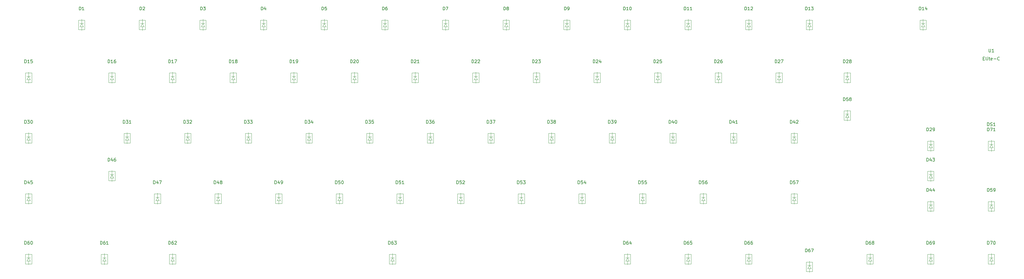
<source format=gbr>
%TF.GenerationSoftware,KiCad,Pcbnew,(5.1.12)-1*%
%TF.CreationDate,2021-12-05T01:00:03-05:00*%
%TF.ProjectId,GanJing 65 rev 2,47616e4a-696e-4672-9036-352072657620,2*%
%TF.SameCoordinates,Original*%
%TF.FileFunction,Legend,Top*%
%TF.FilePolarity,Positive*%
%FSLAX46Y46*%
G04 Gerber Fmt 4.6, Leading zero omitted, Abs format (unit mm)*
G04 Created by KiCad (PCBNEW (5.1.12)-1) date 2021-12-05 01:00:03*
%MOMM*%
%LPD*%
G01*
G04 APERTURE LIST*
%ADD10C,0.120000*%
%ADD11C,0.150000*%
G04 APERTURE END LIST*
D10*
%TO.C,D71*%
X354806250Y-142233750D02*
X354806250Y-141093750D01*
X353806250Y-139023750D02*
X353806250Y-141993750D01*
X355806250Y-139013750D02*
X355806250Y-142003750D01*
X353806250Y-142003750D02*
X355806250Y-142003750D01*
X354806250Y-140143750D02*
X354276250Y-141093750D01*
X354276250Y-141093750D02*
X355336250Y-141093750D01*
X354806250Y-138753750D02*
X354806250Y-140043750D01*
X353806250Y-139013750D02*
X355806250Y-139013750D01*
X354806250Y-140143750D02*
X355336250Y-141093750D01*
X354276250Y-140043750D02*
X355336250Y-140043750D01*
%TO.C,D70*%
X354806250Y-177952500D02*
X354806250Y-176812500D01*
X353806250Y-174742500D02*
X353806250Y-177712500D01*
X355806250Y-174732500D02*
X355806250Y-177722500D01*
X353806250Y-177722500D02*
X355806250Y-177722500D01*
X354806250Y-175862500D02*
X354276250Y-176812500D01*
X354276250Y-176812500D02*
X355336250Y-176812500D01*
X354806250Y-174472500D02*
X354806250Y-175762500D01*
X353806250Y-174732500D02*
X355806250Y-174732500D01*
X354806250Y-175862500D02*
X355336250Y-176812500D01*
X354276250Y-175762500D02*
X355336250Y-175762500D01*
%TO.C,D69*%
X335756250Y-177952500D02*
X335756250Y-176812500D01*
X334756250Y-174742500D02*
X334756250Y-177712500D01*
X336756250Y-174732500D02*
X336756250Y-177722500D01*
X334756250Y-177722500D02*
X336756250Y-177722500D01*
X335756250Y-175862500D02*
X335226250Y-176812500D01*
X335226250Y-176812500D02*
X336286250Y-176812500D01*
X335756250Y-174472500D02*
X335756250Y-175762500D01*
X334756250Y-174732500D02*
X336756250Y-174732500D01*
X335756250Y-175862500D02*
X336286250Y-176812500D01*
X335226250Y-175762500D02*
X336286250Y-175762500D01*
%TO.C,D68*%
X316706250Y-177952500D02*
X316706250Y-176812500D01*
X315706250Y-174742500D02*
X315706250Y-177712500D01*
X317706250Y-174732500D02*
X317706250Y-177722500D01*
X315706250Y-177722500D02*
X317706250Y-177722500D01*
X316706250Y-175862500D02*
X316176250Y-176812500D01*
X316176250Y-176812500D02*
X317236250Y-176812500D01*
X316706250Y-174472500D02*
X316706250Y-175762500D01*
X315706250Y-174732500D02*
X317706250Y-174732500D01*
X316706250Y-175862500D02*
X317236250Y-176812500D01*
X316176250Y-175762500D02*
X317236250Y-175762500D01*
%TO.C,D67*%
X297656250Y-180333750D02*
X297656250Y-179193750D01*
X296656250Y-177123750D02*
X296656250Y-180093750D01*
X298656250Y-177113750D02*
X298656250Y-180103750D01*
X296656250Y-180103750D02*
X298656250Y-180103750D01*
X297656250Y-178243750D02*
X297126250Y-179193750D01*
X297126250Y-179193750D02*
X298186250Y-179193750D01*
X297656250Y-176853750D02*
X297656250Y-178143750D01*
X296656250Y-177113750D02*
X298656250Y-177113750D01*
X297656250Y-178243750D02*
X298186250Y-179193750D01*
X297126250Y-178143750D02*
X298186250Y-178143750D01*
%TO.C,D66*%
X278606250Y-177952500D02*
X278606250Y-176812500D01*
X277606250Y-174742500D02*
X277606250Y-177712500D01*
X279606250Y-174732500D02*
X279606250Y-177722500D01*
X277606250Y-177722500D02*
X279606250Y-177722500D01*
X278606250Y-175862500D02*
X278076250Y-176812500D01*
X278076250Y-176812500D02*
X279136250Y-176812500D01*
X278606250Y-174472500D02*
X278606250Y-175762500D01*
X277606250Y-174732500D02*
X279606250Y-174732500D01*
X278606250Y-175862500D02*
X279136250Y-176812500D01*
X278076250Y-175762500D02*
X279136250Y-175762500D01*
%TO.C,D65*%
X259556250Y-177952500D02*
X259556250Y-176812500D01*
X258556250Y-174742500D02*
X258556250Y-177712500D01*
X260556250Y-174732500D02*
X260556250Y-177722500D01*
X258556250Y-177722500D02*
X260556250Y-177722500D01*
X259556250Y-175862500D02*
X259026250Y-176812500D01*
X259026250Y-176812500D02*
X260086250Y-176812500D01*
X259556250Y-174472500D02*
X259556250Y-175762500D01*
X258556250Y-174732500D02*
X260556250Y-174732500D01*
X259556250Y-175862500D02*
X260086250Y-176812500D01*
X259026250Y-175762500D02*
X260086250Y-175762500D01*
%TO.C,D64*%
X240506250Y-177952500D02*
X240506250Y-176812500D01*
X239506250Y-174742500D02*
X239506250Y-177712500D01*
X241506250Y-174732500D02*
X241506250Y-177722500D01*
X239506250Y-177722500D02*
X241506250Y-177722500D01*
X240506250Y-175862500D02*
X239976250Y-176812500D01*
X239976250Y-176812500D02*
X241036250Y-176812500D01*
X240506250Y-174472500D02*
X240506250Y-175762500D01*
X239506250Y-174732500D02*
X241506250Y-174732500D01*
X240506250Y-175862500D02*
X241036250Y-176812500D01*
X239976250Y-175762500D02*
X241036250Y-175762500D01*
%TO.C,D63*%
X166687500Y-177952500D02*
X166687500Y-176812500D01*
X165687500Y-174742500D02*
X165687500Y-177712500D01*
X167687500Y-174732500D02*
X167687500Y-177722500D01*
X165687500Y-177722500D02*
X167687500Y-177722500D01*
X166687500Y-175862500D02*
X166157500Y-176812500D01*
X166157500Y-176812500D02*
X167217500Y-176812500D01*
X166687500Y-174472500D02*
X166687500Y-175762500D01*
X165687500Y-174732500D02*
X167687500Y-174732500D01*
X166687500Y-175862500D02*
X167217500Y-176812500D01*
X166157500Y-175762500D02*
X167217500Y-175762500D01*
%TO.C,D62*%
X97631250Y-177952500D02*
X97631250Y-176812500D01*
X96631250Y-174742500D02*
X96631250Y-177712500D01*
X98631250Y-174732500D02*
X98631250Y-177722500D01*
X96631250Y-177722500D02*
X98631250Y-177722500D01*
X97631250Y-175862500D02*
X97101250Y-176812500D01*
X97101250Y-176812500D02*
X98161250Y-176812500D01*
X97631250Y-174472500D02*
X97631250Y-175762500D01*
X96631250Y-174732500D02*
X98631250Y-174732500D01*
X97631250Y-175862500D02*
X98161250Y-176812500D01*
X97101250Y-175762500D02*
X98161250Y-175762500D01*
%TO.C,D61*%
X76200000Y-177952500D02*
X76200000Y-176812500D01*
X75200000Y-174742500D02*
X75200000Y-177712500D01*
X77200000Y-174732500D02*
X77200000Y-177722500D01*
X75200000Y-177722500D02*
X77200000Y-177722500D01*
X76200000Y-175862500D02*
X75670000Y-176812500D01*
X75670000Y-176812500D02*
X76730000Y-176812500D01*
X76200000Y-174472500D02*
X76200000Y-175762500D01*
X75200000Y-174732500D02*
X77200000Y-174732500D01*
X76200000Y-175862500D02*
X76730000Y-176812500D01*
X75670000Y-175762500D02*
X76730000Y-175762500D01*
%TO.C,D60*%
X52387500Y-177952500D02*
X52387500Y-176812500D01*
X51387500Y-174742500D02*
X51387500Y-177712500D01*
X53387500Y-174732500D02*
X53387500Y-177722500D01*
X51387500Y-177722500D02*
X53387500Y-177722500D01*
X52387500Y-175862500D02*
X51857500Y-176812500D01*
X51857500Y-176812500D02*
X52917500Y-176812500D01*
X52387500Y-174472500D02*
X52387500Y-175762500D01*
X51387500Y-174732500D02*
X53387500Y-174732500D01*
X52387500Y-175862500D02*
X52917500Y-176812500D01*
X51857500Y-175762500D02*
X52917500Y-175762500D01*
%TO.C,D59*%
X354806250Y-161283750D02*
X354806250Y-160143750D01*
X353806250Y-158073750D02*
X353806250Y-161043750D01*
X355806250Y-158063750D02*
X355806250Y-161053750D01*
X353806250Y-161053750D02*
X355806250Y-161053750D01*
X354806250Y-159193750D02*
X354276250Y-160143750D01*
X354276250Y-160143750D02*
X355336250Y-160143750D01*
X354806250Y-157803750D02*
X354806250Y-159093750D01*
X353806250Y-158063750D02*
X355806250Y-158063750D01*
X354806250Y-159193750D02*
X355336250Y-160143750D01*
X354276250Y-159093750D02*
X355336250Y-159093750D01*
%TO.C,D58*%
X309562500Y-132708750D02*
X309562500Y-131568750D01*
X308562500Y-129498750D02*
X308562500Y-132468750D01*
X310562500Y-129488750D02*
X310562500Y-132478750D01*
X308562500Y-132478750D02*
X310562500Y-132478750D01*
X309562500Y-130618750D02*
X309032500Y-131568750D01*
X309032500Y-131568750D02*
X310092500Y-131568750D01*
X309562500Y-129228750D02*
X309562500Y-130518750D01*
X308562500Y-129488750D02*
X310562500Y-129488750D01*
X309562500Y-130618750D02*
X310092500Y-131568750D01*
X309032500Y-130518750D02*
X310092500Y-130518750D01*
%TO.C,D57*%
X292893750Y-158902500D02*
X292893750Y-157762500D01*
X291893750Y-155692500D02*
X291893750Y-158662500D01*
X293893750Y-155682500D02*
X293893750Y-158672500D01*
X291893750Y-158672500D02*
X293893750Y-158672500D01*
X292893750Y-156812500D02*
X292363750Y-157762500D01*
X292363750Y-157762500D02*
X293423750Y-157762500D01*
X292893750Y-155422500D02*
X292893750Y-156712500D01*
X291893750Y-155682500D02*
X293893750Y-155682500D01*
X292893750Y-156812500D02*
X293423750Y-157762500D01*
X292363750Y-156712500D02*
X293423750Y-156712500D01*
%TO.C,D56*%
X264318750Y-158902500D02*
X264318750Y-157762500D01*
X263318750Y-155692500D02*
X263318750Y-158662500D01*
X265318750Y-155682500D02*
X265318750Y-158672500D01*
X263318750Y-158672500D02*
X265318750Y-158672500D01*
X264318750Y-156812500D02*
X263788750Y-157762500D01*
X263788750Y-157762500D02*
X264848750Y-157762500D01*
X264318750Y-155422500D02*
X264318750Y-156712500D01*
X263318750Y-155682500D02*
X265318750Y-155682500D01*
X264318750Y-156812500D02*
X264848750Y-157762500D01*
X263788750Y-156712500D02*
X264848750Y-156712500D01*
%TO.C,D55*%
X245268750Y-158902500D02*
X245268750Y-157762500D01*
X244268750Y-155692500D02*
X244268750Y-158662500D01*
X246268750Y-155682500D02*
X246268750Y-158672500D01*
X244268750Y-158672500D02*
X246268750Y-158672500D01*
X245268750Y-156812500D02*
X244738750Y-157762500D01*
X244738750Y-157762500D02*
X245798750Y-157762500D01*
X245268750Y-155422500D02*
X245268750Y-156712500D01*
X244268750Y-155682500D02*
X246268750Y-155682500D01*
X245268750Y-156812500D02*
X245798750Y-157762500D01*
X244738750Y-156712500D02*
X245798750Y-156712500D01*
%TO.C,D54*%
X226218750Y-158902500D02*
X226218750Y-157762500D01*
X225218750Y-155692500D02*
X225218750Y-158662500D01*
X227218750Y-155682500D02*
X227218750Y-158672500D01*
X225218750Y-158672500D02*
X227218750Y-158672500D01*
X226218750Y-156812500D02*
X225688750Y-157762500D01*
X225688750Y-157762500D02*
X226748750Y-157762500D01*
X226218750Y-155422500D02*
X226218750Y-156712500D01*
X225218750Y-155682500D02*
X227218750Y-155682500D01*
X226218750Y-156812500D02*
X226748750Y-157762500D01*
X225688750Y-156712500D02*
X226748750Y-156712500D01*
%TO.C,D53*%
X207168750Y-158902500D02*
X207168750Y-157762500D01*
X206168750Y-155692500D02*
X206168750Y-158662500D01*
X208168750Y-155682500D02*
X208168750Y-158672500D01*
X206168750Y-158672500D02*
X208168750Y-158672500D01*
X207168750Y-156812500D02*
X206638750Y-157762500D01*
X206638750Y-157762500D02*
X207698750Y-157762500D01*
X207168750Y-155422500D02*
X207168750Y-156712500D01*
X206168750Y-155682500D02*
X208168750Y-155682500D01*
X207168750Y-156812500D02*
X207698750Y-157762500D01*
X206638750Y-156712500D02*
X207698750Y-156712500D01*
%TO.C,D52*%
X188118750Y-158902500D02*
X188118750Y-157762500D01*
X187118750Y-155692500D02*
X187118750Y-158662500D01*
X189118750Y-155682500D02*
X189118750Y-158672500D01*
X187118750Y-158672500D02*
X189118750Y-158672500D01*
X188118750Y-156812500D02*
X187588750Y-157762500D01*
X187588750Y-157762500D02*
X188648750Y-157762500D01*
X188118750Y-155422500D02*
X188118750Y-156712500D01*
X187118750Y-155682500D02*
X189118750Y-155682500D01*
X188118750Y-156812500D02*
X188648750Y-157762500D01*
X187588750Y-156712500D02*
X188648750Y-156712500D01*
%TO.C,D51*%
X169068750Y-158902500D02*
X169068750Y-157762500D01*
X168068750Y-155692500D02*
X168068750Y-158662500D01*
X170068750Y-155682500D02*
X170068750Y-158672500D01*
X168068750Y-158672500D02*
X170068750Y-158672500D01*
X169068750Y-156812500D02*
X168538750Y-157762500D01*
X168538750Y-157762500D02*
X169598750Y-157762500D01*
X169068750Y-155422500D02*
X169068750Y-156712500D01*
X168068750Y-155682500D02*
X170068750Y-155682500D01*
X169068750Y-156812500D02*
X169598750Y-157762500D01*
X168538750Y-156712500D02*
X169598750Y-156712500D01*
%TO.C,D50*%
X150018750Y-158902500D02*
X150018750Y-157762500D01*
X149018750Y-155692500D02*
X149018750Y-158662500D01*
X151018750Y-155682500D02*
X151018750Y-158672500D01*
X149018750Y-158672500D02*
X151018750Y-158672500D01*
X150018750Y-156812500D02*
X149488750Y-157762500D01*
X149488750Y-157762500D02*
X150548750Y-157762500D01*
X150018750Y-155422500D02*
X150018750Y-156712500D01*
X149018750Y-155682500D02*
X151018750Y-155682500D01*
X150018750Y-156812500D02*
X150548750Y-157762500D01*
X149488750Y-156712500D02*
X150548750Y-156712500D01*
%TO.C,D49*%
X130968750Y-158902500D02*
X130968750Y-157762500D01*
X129968750Y-155692500D02*
X129968750Y-158662500D01*
X131968750Y-155682500D02*
X131968750Y-158672500D01*
X129968750Y-158672500D02*
X131968750Y-158672500D01*
X130968750Y-156812500D02*
X130438750Y-157762500D01*
X130438750Y-157762500D02*
X131498750Y-157762500D01*
X130968750Y-155422500D02*
X130968750Y-156712500D01*
X129968750Y-155682500D02*
X131968750Y-155682500D01*
X130968750Y-156812500D02*
X131498750Y-157762500D01*
X130438750Y-156712500D02*
X131498750Y-156712500D01*
%TO.C,D48*%
X111918750Y-158902500D02*
X111918750Y-157762500D01*
X110918750Y-155692500D02*
X110918750Y-158662500D01*
X112918750Y-155682500D02*
X112918750Y-158672500D01*
X110918750Y-158672500D02*
X112918750Y-158672500D01*
X111918750Y-156812500D02*
X111388750Y-157762500D01*
X111388750Y-157762500D02*
X112448750Y-157762500D01*
X111918750Y-155422500D02*
X111918750Y-156712500D01*
X110918750Y-155682500D02*
X112918750Y-155682500D01*
X111918750Y-156812500D02*
X112448750Y-157762500D01*
X111388750Y-156712500D02*
X112448750Y-156712500D01*
%TO.C,D47*%
X92868750Y-158902500D02*
X92868750Y-157762500D01*
X91868750Y-155692500D02*
X91868750Y-158662500D01*
X93868750Y-155682500D02*
X93868750Y-158672500D01*
X91868750Y-158672500D02*
X93868750Y-158672500D01*
X92868750Y-156812500D02*
X92338750Y-157762500D01*
X92338750Y-157762500D02*
X93398750Y-157762500D01*
X92868750Y-155422500D02*
X92868750Y-156712500D01*
X91868750Y-155682500D02*
X93868750Y-155682500D01*
X92868750Y-156812500D02*
X93398750Y-157762500D01*
X92338750Y-156712500D02*
X93398750Y-156712500D01*
%TO.C,D46*%
X78581250Y-151758750D02*
X78581250Y-150618750D01*
X77581250Y-148548750D02*
X77581250Y-151518750D01*
X79581250Y-148538750D02*
X79581250Y-151528750D01*
X77581250Y-151528750D02*
X79581250Y-151528750D01*
X78581250Y-149668750D02*
X78051250Y-150618750D01*
X78051250Y-150618750D02*
X79111250Y-150618750D01*
X78581250Y-148278750D02*
X78581250Y-149568750D01*
X77581250Y-148538750D02*
X79581250Y-148538750D01*
X78581250Y-149668750D02*
X79111250Y-150618750D01*
X78051250Y-149568750D02*
X79111250Y-149568750D01*
%TO.C,D45*%
X52387500Y-158902500D02*
X52387500Y-157762500D01*
X51387500Y-155692500D02*
X51387500Y-158662500D01*
X53387500Y-155682500D02*
X53387500Y-158672500D01*
X51387500Y-158672500D02*
X53387500Y-158672500D01*
X52387500Y-156812500D02*
X51857500Y-157762500D01*
X51857500Y-157762500D02*
X52917500Y-157762500D01*
X52387500Y-155422500D02*
X52387500Y-156712500D01*
X51387500Y-155682500D02*
X53387500Y-155682500D01*
X52387500Y-156812500D02*
X52917500Y-157762500D01*
X51857500Y-156712500D02*
X52917500Y-156712500D01*
%TO.C,D44*%
X335756250Y-161283750D02*
X335756250Y-160143750D01*
X334756250Y-158073750D02*
X334756250Y-161043750D01*
X336756250Y-158063750D02*
X336756250Y-161053750D01*
X334756250Y-161053750D02*
X336756250Y-161053750D01*
X335756250Y-159193750D02*
X335226250Y-160143750D01*
X335226250Y-160143750D02*
X336286250Y-160143750D01*
X335756250Y-157803750D02*
X335756250Y-159093750D01*
X334756250Y-158063750D02*
X336756250Y-158063750D01*
X335756250Y-159193750D02*
X336286250Y-160143750D01*
X335226250Y-159093750D02*
X336286250Y-159093750D01*
%TO.C,D43*%
X335756250Y-151758750D02*
X335756250Y-150618750D01*
X334756250Y-148548750D02*
X334756250Y-151518750D01*
X336756250Y-148538750D02*
X336756250Y-151528750D01*
X334756250Y-151528750D02*
X336756250Y-151528750D01*
X335756250Y-149668750D02*
X335226250Y-150618750D01*
X335226250Y-150618750D02*
X336286250Y-150618750D01*
X335756250Y-148278750D02*
X335756250Y-149568750D01*
X334756250Y-148538750D02*
X336756250Y-148538750D01*
X335756250Y-149668750D02*
X336286250Y-150618750D01*
X335226250Y-149568750D02*
X336286250Y-149568750D01*
%TO.C,D42*%
X292893750Y-139852500D02*
X292893750Y-138712500D01*
X291893750Y-136642500D02*
X291893750Y-139612500D01*
X293893750Y-136632500D02*
X293893750Y-139622500D01*
X291893750Y-139622500D02*
X293893750Y-139622500D01*
X292893750Y-137762500D02*
X292363750Y-138712500D01*
X292363750Y-138712500D02*
X293423750Y-138712500D01*
X292893750Y-136372500D02*
X292893750Y-137662500D01*
X291893750Y-136632500D02*
X293893750Y-136632500D01*
X292893750Y-137762500D02*
X293423750Y-138712500D01*
X292363750Y-137662500D02*
X293423750Y-137662500D01*
%TO.C,D41*%
X273843750Y-139852500D02*
X273843750Y-138712500D01*
X272843750Y-136642500D02*
X272843750Y-139612500D01*
X274843750Y-136632500D02*
X274843750Y-139622500D01*
X272843750Y-139622500D02*
X274843750Y-139622500D01*
X273843750Y-137762500D02*
X273313750Y-138712500D01*
X273313750Y-138712500D02*
X274373750Y-138712500D01*
X273843750Y-136372500D02*
X273843750Y-137662500D01*
X272843750Y-136632500D02*
X274843750Y-136632500D01*
X273843750Y-137762500D02*
X274373750Y-138712500D01*
X273313750Y-137662500D02*
X274373750Y-137662500D01*
%TO.C,D40*%
X254793750Y-139852500D02*
X254793750Y-138712500D01*
X253793750Y-136642500D02*
X253793750Y-139612500D01*
X255793750Y-136632500D02*
X255793750Y-139622500D01*
X253793750Y-139622500D02*
X255793750Y-139622500D01*
X254793750Y-137762500D02*
X254263750Y-138712500D01*
X254263750Y-138712500D02*
X255323750Y-138712500D01*
X254793750Y-136372500D02*
X254793750Y-137662500D01*
X253793750Y-136632500D02*
X255793750Y-136632500D01*
X254793750Y-137762500D02*
X255323750Y-138712500D01*
X254263750Y-137662500D02*
X255323750Y-137662500D01*
%TO.C,D39*%
X235743750Y-139852500D02*
X235743750Y-138712500D01*
X234743750Y-136642500D02*
X234743750Y-139612500D01*
X236743750Y-136632500D02*
X236743750Y-139622500D01*
X234743750Y-139622500D02*
X236743750Y-139622500D01*
X235743750Y-137762500D02*
X235213750Y-138712500D01*
X235213750Y-138712500D02*
X236273750Y-138712500D01*
X235743750Y-136372500D02*
X235743750Y-137662500D01*
X234743750Y-136632500D02*
X236743750Y-136632500D01*
X235743750Y-137762500D02*
X236273750Y-138712500D01*
X235213750Y-137662500D02*
X236273750Y-137662500D01*
%TO.C,D38*%
X216693750Y-139852500D02*
X216693750Y-138712500D01*
X215693750Y-136642500D02*
X215693750Y-139612500D01*
X217693750Y-136632500D02*
X217693750Y-139622500D01*
X215693750Y-139622500D02*
X217693750Y-139622500D01*
X216693750Y-137762500D02*
X216163750Y-138712500D01*
X216163750Y-138712500D02*
X217223750Y-138712500D01*
X216693750Y-136372500D02*
X216693750Y-137662500D01*
X215693750Y-136632500D02*
X217693750Y-136632500D01*
X216693750Y-137762500D02*
X217223750Y-138712500D01*
X216163750Y-137662500D02*
X217223750Y-137662500D01*
%TO.C,D37*%
X197643750Y-139852500D02*
X197643750Y-138712500D01*
X196643750Y-136642500D02*
X196643750Y-139612500D01*
X198643750Y-136632500D02*
X198643750Y-139622500D01*
X196643750Y-139622500D02*
X198643750Y-139622500D01*
X197643750Y-137762500D02*
X197113750Y-138712500D01*
X197113750Y-138712500D02*
X198173750Y-138712500D01*
X197643750Y-136372500D02*
X197643750Y-137662500D01*
X196643750Y-136632500D02*
X198643750Y-136632500D01*
X197643750Y-137762500D02*
X198173750Y-138712500D01*
X197113750Y-137662500D02*
X198173750Y-137662500D01*
%TO.C,D36*%
X178593750Y-139852500D02*
X178593750Y-138712500D01*
X177593750Y-136642500D02*
X177593750Y-139612500D01*
X179593750Y-136632500D02*
X179593750Y-139622500D01*
X177593750Y-139622500D02*
X179593750Y-139622500D01*
X178593750Y-137762500D02*
X178063750Y-138712500D01*
X178063750Y-138712500D02*
X179123750Y-138712500D01*
X178593750Y-136372500D02*
X178593750Y-137662500D01*
X177593750Y-136632500D02*
X179593750Y-136632500D01*
X178593750Y-137762500D02*
X179123750Y-138712500D01*
X178063750Y-137662500D02*
X179123750Y-137662500D01*
%TO.C,D35*%
X159543750Y-139852500D02*
X159543750Y-138712500D01*
X158543750Y-136642500D02*
X158543750Y-139612500D01*
X160543750Y-136632500D02*
X160543750Y-139622500D01*
X158543750Y-139622500D02*
X160543750Y-139622500D01*
X159543750Y-137762500D02*
X159013750Y-138712500D01*
X159013750Y-138712500D02*
X160073750Y-138712500D01*
X159543750Y-136372500D02*
X159543750Y-137662500D01*
X158543750Y-136632500D02*
X160543750Y-136632500D01*
X159543750Y-137762500D02*
X160073750Y-138712500D01*
X159013750Y-137662500D02*
X160073750Y-137662500D01*
%TO.C,D34*%
X140493750Y-139852500D02*
X140493750Y-138712500D01*
X139493750Y-136642500D02*
X139493750Y-139612500D01*
X141493750Y-136632500D02*
X141493750Y-139622500D01*
X139493750Y-139622500D02*
X141493750Y-139622500D01*
X140493750Y-137762500D02*
X139963750Y-138712500D01*
X139963750Y-138712500D02*
X141023750Y-138712500D01*
X140493750Y-136372500D02*
X140493750Y-137662500D01*
X139493750Y-136632500D02*
X141493750Y-136632500D01*
X140493750Y-137762500D02*
X141023750Y-138712500D01*
X139963750Y-137662500D02*
X141023750Y-137662500D01*
%TO.C,D33*%
X121443750Y-139852500D02*
X121443750Y-138712500D01*
X120443750Y-136642500D02*
X120443750Y-139612500D01*
X122443750Y-136632500D02*
X122443750Y-139622500D01*
X120443750Y-139622500D02*
X122443750Y-139622500D01*
X121443750Y-137762500D02*
X120913750Y-138712500D01*
X120913750Y-138712500D02*
X121973750Y-138712500D01*
X121443750Y-136372500D02*
X121443750Y-137662500D01*
X120443750Y-136632500D02*
X122443750Y-136632500D01*
X121443750Y-137762500D02*
X121973750Y-138712500D01*
X120913750Y-137662500D02*
X121973750Y-137662500D01*
%TO.C,D32*%
X102393750Y-139852500D02*
X102393750Y-138712500D01*
X101393750Y-136642500D02*
X101393750Y-139612500D01*
X103393750Y-136632500D02*
X103393750Y-139622500D01*
X101393750Y-139622500D02*
X103393750Y-139622500D01*
X102393750Y-137762500D02*
X101863750Y-138712500D01*
X101863750Y-138712500D02*
X102923750Y-138712500D01*
X102393750Y-136372500D02*
X102393750Y-137662500D01*
X101393750Y-136632500D02*
X103393750Y-136632500D01*
X102393750Y-137762500D02*
X102923750Y-138712500D01*
X101863750Y-137662500D02*
X102923750Y-137662500D01*
%TO.C,D31*%
X83343750Y-139852500D02*
X83343750Y-138712500D01*
X82343750Y-136642500D02*
X82343750Y-139612500D01*
X84343750Y-136632500D02*
X84343750Y-139622500D01*
X82343750Y-139622500D02*
X84343750Y-139622500D01*
X83343750Y-137762500D02*
X82813750Y-138712500D01*
X82813750Y-138712500D02*
X83873750Y-138712500D01*
X83343750Y-136372500D02*
X83343750Y-137662500D01*
X82343750Y-136632500D02*
X84343750Y-136632500D01*
X83343750Y-137762500D02*
X83873750Y-138712500D01*
X82813750Y-137662500D02*
X83873750Y-137662500D01*
%TO.C,D30*%
X52387500Y-139852500D02*
X52387500Y-138712500D01*
X51387500Y-136642500D02*
X51387500Y-139612500D01*
X53387500Y-136632500D02*
X53387500Y-139622500D01*
X51387500Y-139622500D02*
X53387500Y-139622500D01*
X52387500Y-137762500D02*
X51857500Y-138712500D01*
X51857500Y-138712500D02*
X52917500Y-138712500D01*
X52387500Y-136372500D02*
X52387500Y-137662500D01*
X51387500Y-136632500D02*
X53387500Y-136632500D01*
X52387500Y-137762500D02*
X52917500Y-138712500D01*
X51857500Y-137662500D02*
X52917500Y-137662500D01*
%TO.C,D29*%
X335756250Y-142233750D02*
X335756250Y-141093750D01*
X334756250Y-139023750D02*
X334756250Y-141993750D01*
X336756250Y-139013750D02*
X336756250Y-142003750D01*
X334756250Y-142003750D02*
X336756250Y-142003750D01*
X335756250Y-140143750D02*
X335226250Y-141093750D01*
X335226250Y-141093750D02*
X336286250Y-141093750D01*
X335756250Y-138753750D02*
X335756250Y-140043750D01*
X334756250Y-139013750D02*
X336756250Y-139013750D01*
X335756250Y-140143750D02*
X336286250Y-141093750D01*
X335226250Y-140043750D02*
X336286250Y-140043750D01*
%TO.C,D28*%
X309562500Y-120802500D02*
X309562500Y-119662500D01*
X308562500Y-117592500D02*
X308562500Y-120562500D01*
X310562500Y-117582500D02*
X310562500Y-120572500D01*
X308562500Y-120572500D02*
X310562500Y-120572500D01*
X309562500Y-118712500D02*
X309032500Y-119662500D01*
X309032500Y-119662500D02*
X310092500Y-119662500D01*
X309562500Y-117322500D02*
X309562500Y-118612500D01*
X308562500Y-117582500D02*
X310562500Y-117582500D01*
X309562500Y-118712500D02*
X310092500Y-119662500D01*
X309032500Y-118612500D02*
X310092500Y-118612500D01*
%TO.C,D27*%
X288131250Y-120802500D02*
X288131250Y-119662500D01*
X287131250Y-117592500D02*
X287131250Y-120562500D01*
X289131250Y-117582500D02*
X289131250Y-120572500D01*
X287131250Y-120572500D02*
X289131250Y-120572500D01*
X288131250Y-118712500D02*
X287601250Y-119662500D01*
X287601250Y-119662500D02*
X288661250Y-119662500D01*
X288131250Y-117322500D02*
X288131250Y-118612500D01*
X287131250Y-117582500D02*
X289131250Y-117582500D01*
X288131250Y-118712500D02*
X288661250Y-119662500D01*
X287601250Y-118612500D02*
X288661250Y-118612500D01*
%TO.C,D26*%
X269081250Y-120802500D02*
X269081250Y-119662500D01*
X268081250Y-117592500D02*
X268081250Y-120562500D01*
X270081250Y-117582500D02*
X270081250Y-120572500D01*
X268081250Y-120572500D02*
X270081250Y-120572500D01*
X269081250Y-118712500D02*
X268551250Y-119662500D01*
X268551250Y-119662500D02*
X269611250Y-119662500D01*
X269081250Y-117322500D02*
X269081250Y-118612500D01*
X268081250Y-117582500D02*
X270081250Y-117582500D01*
X269081250Y-118712500D02*
X269611250Y-119662500D01*
X268551250Y-118612500D02*
X269611250Y-118612500D01*
%TO.C,D25*%
X250031250Y-120802500D02*
X250031250Y-119662500D01*
X249031250Y-117592500D02*
X249031250Y-120562500D01*
X251031250Y-117582500D02*
X251031250Y-120572500D01*
X249031250Y-120572500D02*
X251031250Y-120572500D01*
X250031250Y-118712500D02*
X249501250Y-119662500D01*
X249501250Y-119662500D02*
X250561250Y-119662500D01*
X250031250Y-117322500D02*
X250031250Y-118612500D01*
X249031250Y-117582500D02*
X251031250Y-117582500D01*
X250031250Y-118712500D02*
X250561250Y-119662500D01*
X249501250Y-118612500D02*
X250561250Y-118612500D01*
%TO.C,D24*%
X230981250Y-120802500D02*
X230981250Y-119662500D01*
X229981250Y-117592500D02*
X229981250Y-120562500D01*
X231981250Y-117582500D02*
X231981250Y-120572500D01*
X229981250Y-120572500D02*
X231981250Y-120572500D01*
X230981250Y-118712500D02*
X230451250Y-119662500D01*
X230451250Y-119662500D02*
X231511250Y-119662500D01*
X230981250Y-117322500D02*
X230981250Y-118612500D01*
X229981250Y-117582500D02*
X231981250Y-117582500D01*
X230981250Y-118712500D02*
X231511250Y-119662500D01*
X230451250Y-118612500D02*
X231511250Y-118612500D01*
%TO.C,D23*%
X211931250Y-120802500D02*
X211931250Y-119662500D01*
X210931250Y-117592500D02*
X210931250Y-120562500D01*
X212931250Y-117582500D02*
X212931250Y-120572500D01*
X210931250Y-120572500D02*
X212931250Y-120572500D01*
X211931250Y-118712500D02*
X211401250Y-119662500D01*
X211401250Y-119662500D02*
X212461250Y-119662500D01*
X211931250Y-117322500D02*
X211931250Y-118612500D01*
X210931250Y-117582500D02*
X212931250Y-117582500D01*
X211931250Y-118712500D02*
X212461250Y-119662500D01*
X211401250Y-118612500D02*
X212461250Y-118612500D01*
%TO.C,D22*%
X192881250Y-120802500D02*
X192881250Y-119662500D01*
X191881250Y-117592500D02*
X191881250Y-120562500D01*
X193881250Y-117582500D02*
X193881250Y-120572500D01*
X191881250Y-120572500D02*
X193881250Y-120572500D01*
X192881250Y-118712500D02*
X192351250Y-119662500D01*
X192351250Y-119662500D02*
X193411250Y-119662500D01*
X192881250Y-117322500D02*
X192881250Y-118612500D01*
X191881250Y-117582500D02*
X193881250Y-117582500D01*
X192881250Y-118712500D02*
X193411250Y-119662500D01*
X192351250Y-118612500D02*
X193411250Y-118612500D01*
%TO.C,D21*%
X173831250Y-120802500D02*
X173831250Y-119662500D01*
X172831250Y-117592500D02*
X172831250Y-120562500D01*
X174831250Y-117582500D02*
X174831250Y-120572500D01*
X172831250Y-120572500D02*
X174831250Y-120572500D01*
X173831250Y-118712500D02*
X173301250Y-119662500D01*
X173301250Y-119662500D02*
X174361250Y-119662500D01*
X173831250Y-117322500D02*
X173831250Y-118612500D01*
X172831250Y-117582500D02*
X174831250Y-117582500D01*
X173831250Y-118712500D02*
X174361250Y-119662500D01*
X173301250Y-118612500D02*
X174361250Y-118612500D01*
%TO.C,D20*%
X154781250Y-120802500D02*
X154781250Y-119662500D01*
X153781250Y-117592500D02*
X153781250Y-120562500D01*
X155781250Y-117582500D02*
X155781250Y-120572500D01*
X153781250Y-120572500D02*
X155781250Y-120572500D01*
X154781250Y-118712500D02*
X154251250Y-119662500D01*
X154251250Y-119662500D02*
X155311250Y-119662500D01*
X154781250Y-117322500D02*
X154781250Y-118612500D01*
X153781250Y-117582500D02*
X155781250Y-117582500D01*
X154781250Y-118712500D02*
X155311250Y-119662500D01*
X154251250Y-118612500D02*
X155311250Y-118612500D01*
%TO.C,D19*%
X135731250Y-120802500D02*
X135731250Y-119662500D01*
X134731250Y-117592500D02*
X134731250Y-120562500D01*
X136731250Y-117582500D02*
X136731250Y-120572500D01*
X134731250Y-120572500D02*
X136731250Y-120572500D01*
X135731250Y-118712500D02*
X135201250Y-119662500D01*
X135201250Y-119662500D02*
X136261250Y-119662500D01*
X135731250Y-117322500D02*
X135731250Y-118612500D01*
X134731250Y-117582500D02*
X136731250Y-117582500D01*
X135731250Y-118712500D02*
X136261250Y-119662500D01*
X135201250Y-118612500D02*
X136261250Y-118612500D01*
%TO.C,D18*%
X116681250Y-120802500D02*
X116681250Y-119662500D01*
X115681250Y-117592500D02*
X115681250Y-120562500D01*
X117681250Y-117582500D02*
X117681250Y-120572500D01*
X115681250Y-120572500D02*
X117681250Y-120572500D01*
X116681250Y-118712500D02*
X116151250Y-119662500D01*
X116151250Y-119662500D02*
X117211250Y-119662500D01*
X116681250Y-117322500D02*
X116681250Y-118612500D01*
X115681250Y-117582500D02*
X117681250Y-117582500D01*
X116681250Y-118712500D02*
X117211250Y-119662500D01*
X116151250Y-118612500D02*
X117211250Y-118612500D01*
%TO.C,D17*%
X97631250Y-120802500D02*
X97631250Y-119662500D01*
X96631250Y-117592500D02*
X96631250Y-120562500D01*
X98631250Y-117582500D02*
X98631250Y-120572500D01*
X96631250Y-120572500D02*
X98631250Y-120572500D01*
X97631250Y-118712500D02*
X97101250Y-119662500D01*
X97101250Y-119662500D02*
X98161250Y-119662500D01*
X97631250Y-117322500D02*
X97631250Y-118612500D01*
X96631250Y-117582500D02*
X98631250Y-117582500D01*
X97631250Y-118712500D02*
X98161250Y-119662500D01*
X97101250Y-118612500D02*
X98161250Y-118612500D01*
%TO.C,D16*%
X78581250Y-120802500D02*
X78581250Y-119662500D01*
X77581250Y-117592500D02*
X77581250Y-120562500D01*
X79581250Y-117582500D02*
X79581250Y-120572500D01*
X77581250Y-120572500D02*
X79581250Y-120572500D01*
X78581250Y-118712500D02*
X78051250Y-119662500D01*
X78051250Y-119662500D02*
X79111250Y-119662500D01*
X78581250Y-117322500D02*
X78581250Y-118612500D01*
X77581250Y-117582500D02*
X79581250Y-117582500D01*
X78581250Y-118712500D02*
X79111250Y-119662500D01*
X78051250Y-118612500D02*
X79111250Y-118612500D01*
%TO.C,D15*%
X52387500Y-120802500D02*
X52387500Y-119662500D01*
X51387500Y-117592500D02*
X51387500Y-120562500D01*
X53387500Y-117582500D02*
X53387500Y-120572500D01*
X51387500Y-120572500D02*
X53387500Y-120572500D01*
X52387500Y-118712500D02*
X51857500Y-119662500D01*
X51857500Y-119662500D02*
X52917500Y-119662500D01*
X52387500Y-117322500D02*
X52387500Y-118612500D01*
X51387500Y-117582500D02*
X53387500Y-117582500D01*
X52387500Y-118712500D02*
X52917500Y-119662500D01*
X51857500Y-118612500D02*
X52917500Y-118612500D01*
%TO.C,D14*%
X333375000Y-104133750D02*
X333375000Y-102993750D01*
X332375000Y-100923750D02*
X332375000Y-103893750D01*
X334375000Y-100913750D02*
X334375000Y-103903750D01*
X332375000Y-103903750D02*
X334375000Y-103903750D01*
X333375000Y-102043750D02*
X332845000Y-102993750D01*
X332845000Y-102993750D02*
X333905000Y-102993750D01*
X333375000Y-100653750D02*
X333375000Y-101943750D01*
X332375000Y-100913750D02*
X334375000Y-100913750D01*
X333375000Y-102043750D02*
X333905000Y-102993750D01*
X332845000Y-101943750D02*
X333905000Y-101943750D01*
%TO.C,D13*%
X297656250Y-104133750D02*
X297656250Y-102993750D01*
X296656250Y-100923750D02*
X296656250Y-103893750D01*
X298656250Y-100913750D02*
X298656250Y-103903750D01*
X296656250Y-103903750D02*
X298656250Y-103903750D01*
X297656250Y-102043750D02*
X297126250Y-102993750D01*
X297126250Y-102993750D02*
X298186250Y-102993750D01*
X297656250Y-100653750D02*
X297656250Y-101943750D01*
X296656250Y-100913750D02*
X298656250Y-100913750D01*
X297656250Y-102043750D02*
X298186250Y-102993750D01*
X297126250Y-101943750D02*
X298186250Y-101943750D01*
%TO.C,D12*%
X278606250Y-104133750D02*
X278606250Y-102993750D01*
X277606250Y-100923750D02*
X277606250Y-103893750D01*
X279606250Y-100913750D02*
X279606250Y-103903750D01*
X277606250Y-103903750D02*
X279606250Y-103903750D01*
X278606250Y-102043750D02*
X278076250Y-102993750D01*
X278076250Y-102993750D02*
X279136250Y-102993750D01*
X278606250Y-100653750D02*
X278606250Y-101943750D01*
X277606250Y-100913750D02*
X279606250Y-100913750D01*
X278606250Y-102043750D02*
X279136250Y-102993750D01*
X278076250Y-101943750D02*
X279136250Y-101943750D01*
%TO.C,D11*%
X259556250Y-104133750D02*
X259556250Y-102993750D01*
X258556250Y-100923750D02*
X258556250Y-103893750D01*
X260556250Y-100913750D02*
X260556250Y-103903750D01*
X258556250Y-103903750D02*
X260556250Y-103903750D01*
X259556250Y-102043750D02*
X259026250Y-102993750D01*
X259026250Y-102993750D02*
X260086250Y-102993750D01*
X259556250Y-100653750D02*
X259556250Y-101943750D01*
X258556250Y-100913750D02*
X260556250Y-100913750D01*
X259556250Y-102043750D02*
X260086250Y-102993750D01*
X259026250Y-101943750D02*
X260086250Y-101943750D01*
%TO.C,D10*%
X240506250Y-104133750D02*
X240506250Y-102993750D01*
X239506250Y-100923750D02*
X239506250Y-103893750D01*
X241506250Y-100913750D02*
X241506250Y-103903750D01*
X239506250Y-103903750D02*
X241506250Y-103903750D01*
X240506250Y-102043750D02*
X239976250Y-102993750D01*
X239976250Y-102993750D02*
X241036250Y-102993750D01*
X240506250Y-100653750D02*
X240506250Y-101943750D01*
X239506250Y-100913750D02*
X241506250Y-100913750D01*
X240506250Y-102043750D02*
X241036250Y-102993750D01*
X239976250Y-101943750D02*
X241036250Y-101943750D01*
%TO.C,D9*%
X221456250Y-104133750D02*
X221456250Y-102993750D01*
X220456250Y-100923750D02*
X220456250Y-103893750D01*
X222456250Y-100913750D02*
X222456250Y-103903750D01*
X220456250Y-103903750D02*
X222456250Y-103903750D01*
X221456250Y-102043750D02*
X220926250Y-102993750D01*
X220926250Y-102993750D02*
X221986250Y-102993750D01*
X221456250Y-100653750D02*
X221456250Y-101943750D01*
X220456250Y-100913750D02*
X222456250Y-100913750D01*
X221456250Y-102043750D02*
X221986250Y-102993750D01*
X220926250Y-101943750D02*
X221986250Y-101943750D01*
%TO.C,D8*%
X202406250Y-104133750D02*
X202406250Y-102993750D01*
X201406250Y-100923750D02*
X201406250Y-103893750D01*
X203406250Y-100913750D02*
X203406250Y-103903750D01*
X201406250Y-103903750D02*
X203406250Y-103903750D01*
X202406250Y-102043750D02*
X201876250Y-102993750D01*
X201876250Y-102993750D02*
X202936250Y-102993750D01*
X202406250Y-100653750D02*
X202406250Y-101943750D01*
X201406250Y-100913750D02*
X203406250Y-100913750D01*
X202406250Y-102043750D02*
X202936250Y-102993750D01*
X201876250Y-101943750D02*
X202936250Y-101943750D01*
%TO.C,D7*%
X183356250Y-104133750D02*
X183356250Y-102993750D01*
X182356250Y-100923750D02*
X182356250Y-103893750D01*
X184356250Y-100913750D02*
X184356250Y-103903750D01*
X182356250Y-103903750D02*
X184356250Y-103903750D01*
X183356250Y-102043750D02*
X182826250Y-102993750D01*
X182826250Y-102993750D02*
X183886250Y-102993750D01*
X183356250Y-100653750D02*
X183356250Y-101943750D01*
X182356250Y-100913750D02*
X184356250Y-100913750D01*
X183356250Y-102043750D02*
X183886250Y-102993750D01*
X182826250Y-101943750D02*
X183886250Y-101943750D01*
%TO.C,D6*%
X164306250Y-104133750D02*
X164306250Y-102993750D01*
X163306250Y-100923750D02*
X163306250Y-103893750D01*
X165306250Y-100913750D02*
X165306250Y-103903750D01*
X163306250Y-103903750D02*
X165306250Y-103903750D01*
X164306250Y-102043750D02*
X163776250Y-102993750D01*
X163776250Y-102993750D02*
X164836250Y-102993750D01*
X164306250Y-100653750D02*
X164306250Y-101943750D01*
X163306250Y-100913750D02*
X165306250Y-100913750D01*
X164306250Y-102043750D02*
X164836250Y-102993750D01*
X163776250Y-101943750D02*
X164836250Y-101943750D01*
%TO.C,D5*%
X145256250Y-104133750D02*
X145256250Y-102993750D01*
X144256250Y-100923750D02*
X144256250Y-103893750D01*
X146256250Y-100913750D02*
X146256250Y-103903750D01*
X144256250Y-103903750D02*
X146256250Y-103903750D01*
X145256250Y-102043750D02*
X144726250Y-102993750D01*
X144726250Y-102993750D02*
X145786250Y-102993750D01*
X145256250Y-100653750D02*
X145256250Y-101943750D01*
X144256250Y-100913750D02*
X146256250Y-100913750D01*
X145256250Y-102043750D02*
X145786250Y-102993750D01*
X144726250Y-101943750D02*
X145786250Y-101943750D01*
%TO.C,D4*%
X126206250Y-104133750D02*
X126206250Y-102993750D01*
X125206250Y-100923750D02*
X125206250Y-103893750D01*
X127206250Y-100913750D02*
X127206250Y-103903750D01*
X125206250Y-103903750D02*
X127206250Y-103903750D01*
X126206250Y-102043750D02*
X125676250Y-102993750D01*
X125676250Y-102993750D02*
X126736250Y-102993750D01*
X126206250Y-100653750D02*
X126206250Y-101943750D01*
X125206250Y-100913750D02*
X127206250Y-100913750D01*
X126206250Y-102043750D02*
X126736250Y-102993750D01*
X125676250Y-101943750D02*
X126736250Y-101943750D01*
%TO.C,D3*%
X107156250Y-104133750D02*
X107156250Y-102993750D01*
X106156250Y-100923750D02*
X106156250Y-103893750D01*
X108156250Y-100913750D02*
X108156250Y-103903750D01*
X106156250Y-103903750D02*
X108156250Y-103903750D01*
X107156250Y-102043750D02*
X106626250Y-102993750D01*
X106626250Y-102993750D02*
X107686250Y-102993750D01*
X107156250Y-100653750D02*
X107156250Y-101943750D01*
X106156250Y-100913750D02*
X108156250Y-100913750D01*
X107156250Y-102043750D02*
X107686250Y-102993750D01*
X106626250Y-101943750D02*
X107686250Y-101943750D01*
%TO.C,D2*%
X88106250Y-104133750D02*
X88106250Y-102993750D01*
X87106250Y-100923750D02*
X87106250Y-103893750D01*
X89106250Y-100913750D02*
X89106250Y-103903750D01*
X87106250Y-103903750D02*
X89106250Y-103903750D01*
X88106250Y-102043750D02*
X87576250Y-102993750D01*
X87576250Y-102993750D02*
X88636250Y-102993750D01*
X88106250Y-100653750D02*
X88106250Y-101943750D01*
X87106250Y-100913750D02*
X89106250Y-100913750D01*
X88106250Y-102043750D02*
X88636250Y-102993750D01*
X87576250Y-101943750D02*
X88636250Y-101943750D01*
%TO.C,D1*%
X69056250Y-104133750D02*
X69056250Y-102993750D01*
X68056250Y-100923750D02*
X68056250Y-103893750D01*
X70056250Y-100913750D02*
X70056250Y-103903750D01*
X68056250Y-103903750D02*
X70056250Y-103903750D01*
X69056250Y-102043750D02*
X68526250Y-102993750D01*
X68526250Y-102993750D02*
X69586250Y-102993750D01*
X69056250Y-100653750D02*
X69056250Y-101943750D01*
X68056250Y-100913750D02*
X70056250Y-100913750D01*
X69056250Y-102043750D02*
X69586250Y-102993750D01*
X68526250Y-101943750D02*
X69586250Y-101943750D01*
%TO.C,DS1*%
D11*
X353591964Y-134252380D02*
X353591964Y-133252380D01*
X353830059Y-133252380D01*
X353972916Y-133300000D01*
X354068154Y-133395238D01*
X354115773Y-133490476D01*
X354163392Y-133680952D01*
X354163392Y-133823809D01*
X354115773Y-134014285D01*
X354068154Y-134109523D01*
X353972916Y-134204761D01*
X353830059Y-134252380D01*
X353591964Y-134252380D01*
X354544345Y-134204761D02*
X354687202Y-134252380D01*
X354925297Y-134252380D01*
X355020535Y-134204761D01*
X355068154Y-134157142D01*
X355115773Y-134061904D01*
X355115773Y-133966666D01*
X355068154Y-133871428D01*
X355020535Y-133823809D01*
X354925297Y-133776190D01*
X354734821Y-133728571D01*
X354639583Y-133680952D01*
X354591964Y-133633333D01*
X354544345Y-133538095D01*
X354544345Y-133442857D01*
X354591964Y-133347619D01*
X354639583Y-133300000D01*
X354734821Y-133252380D01*
X354972916Y-133252380D01*
X355115773Y-133300000D01*
X356068154Y-134252380D02*
X355496726Y-134252380D01*
X355782440Y-134252380D02*
X355782440Y-133252380D01*
X355687202Y-133395238D01*
X355591964Y-133490476D01*
X355496726Y-133538095D01*
%TO.C,U1*%
X354044345Y-110012380D02*
X354044345Y-110821904D01*
X354091964Y-110917142D01*
X354139583Y-110964761D01*
X354234821Y-111012380D01*
X354425297Y-111012380D01*
X354520535Y-110964761D01*
X354568154Y-110917142D01*
X354615773Y-110821904D01*
X354615773Y-110012380D01*
X355615773Y-111012380D02*
X355044345Y-111012380D01*
X355330059Y-111012380D02*
X355330059Y-110012380D01*
X355234821Y-110155238D01*
X355139583Y-110250476D01*
X355044345Y-110298095D01*
X352258630Y-113028571D02*
X352591964Y-113028571D01*
X352734821Y-113552380D02*
X352258630Y-113552380D01*
X352258630Y-112552380D01*
X352734821Y-112552380D01*
X353306250Y-113552380D02*
X353211011Y-113504761D01*
X353163392Y-113409523D01*
X353163392Y-112552380D01*
X353687202Y-113552380D02*
X353687202Y-112885714D01*
X353687202Y-112552380D02*
X353639583Y-112600000D01*
X353687202Y-112647619D01*
X353734821Y-112600000D01*
X353687202Y-112552380D01*
X353687202Y-112647619D01*
X354020535Y-112885714D02*
X354401488Y-112885714D01*
X354163392Y-112552380D02*
X354163392Y-113409523D01*
X354211011Y-113504761D01*
X354306250Y-113552380D01*
X354401488Y-113552380D01*
X355115773Y-113504761D02*
X355020535Y-113552380D01*
X354830059Y-113552380D01*
X354734821Y-113504761D01*
X354687202Y-113409523D01*
X354687202Y-113028571D01*
X354734821Y-112933333D01*
X354830059Y-112885714D01*
X355020535Y-112885714D01*
X355115773Y-112933333D01*
X355163392Y-113028571D01*
X355163392Y-113123809D01*
X354687202Y-113219047D01*
X355591964Y-113171428D02*
X356353869Y-113171428D01*
X357401488Y-113457142D02*
X357353869Y-113504761D01*
X357211011Y-113552380D01*
X357115773Y-113552380D01*
X356972916Y-113504761D01*
X356877678Y-113409523D01*
X356830059Y-113314285D01*
X356782440Y-113123809D01*
X356782440Y-112980952D01*
X356830059Y-112790476D01*
X356877678Y-112695238D01*
X356972916Y-112600000D01*
X357115773Y-112552380D01*
X357211011Y-112552380D01*
X357353869Y-112600000D01*
X357401488Y-112647619D01*
%TO.C,D71*%
X353591964Y-135866130D02*
X353591964Y-134866130D01*
X353830059Y-134866130D01*
X353972916Y-134913750D01*
X354068154Y-135008988D01*
X354115773Y-135104226D01*
X354163392Y-135294702D01*
X354163392Y-135437559D01*
X354115773Y-135628035D01*
X354068154Y-135723273D01*
X353972916Y-135818511D01*
X353830059Y-135866130D01*
X353591964Y-135866130D01*
X354496726Y-134866130D02*
X355163392Y-134866130D01*
X354734821Y-135866130D01*
X356068154Y-135866130D02*
X355496726Y-135866130D01*
X355782440Y-135866130D02*
X355782440Y-134866130D01*
X355687202Y-135008988D01*
X355591964Y-135104226D01*
X355496726Y-135151845D01*
%TO.C,D70*%
X353591964Y-171584880D02*
X353591964Y-170584880D01*
X353830059Y-170584880D01*
X353972916Y-170632500D01*
X354068154Y-170727738D01*
X354115773Y-170822976D01*
X354163392Y-171013452D01*
X354163392Y-171156309D01*
X354115773Y-171346785D01*
X354068154Y-171442023D01*
X353972916Y-171537261D01*
X353830059Y-171584880D01*
X353591964Y-171584880D01*
X354496726Y-170584880D02*
X355163392Y-170584880D01*
X354734821Y-171584880D01*
X355734821Y-170584880D02*
X355830059Y-170584880D01*
X355925297Y-170632500D01*
X355972916Y-170680119D01*
X356020535Y-170775357D01*
X356068154Y-170965833D01*
X356068154Y-171203928D01*
X356020535Y-171394404D01*
X355972916Y-171489642D01*
X355925297Y-171537261D01*
X355830059Y-171584880D01*
X355734821Y-171584880D01*
X355639583Y-171537261D01*
X355591964Y-171489642D01*
X355544345Y-171394404D01*
X355496726Y-171203928D01*
X355496726Y-170965833D01*
X355544345Y-170775357D01*
X355591964Y-170680119D01*
X355639583Y-170632500D01*
X355734821Y-170584880D01*
%TO.C,D69*%
X334541964Y-171584880D02*
X334541964Y-170584880D01*
X334780059Y-170584880D01*
X334922916Y-170632500D01*
X335018154Y-170727738D01*
X335065773Y-170822976D01*
X335113392Y-171013452D01*
X335113392Y-171156309D01*
X335065773Y-171346785D01*
X335018154Y-171442023D01*
X334922916Y-171537261D01*
X334780059Y-171584880D01*
X334541964Y-171584880D01*
X335970535Y-170584880D02*
X335780059Y-170584880D01*
X335684821Y-170632500D01*
X335637202Y-170680119D01*
X335541964Y-170822976D01*
X335494345Y-171013452D01*
X335494345Y-171394404D01*
X335541964Y-171489642D01*
X335589583Y-171537261D01*
X335684821Y-171584880D01*
X335875297Y-171584880D01*
X335970535Y-171537261D01*
X336018154Y-171489642D01*
X336065773Y-171394404D01*
X336065773Y-171156309D01*
X336018154Y-171061071D01*
X335970535Y-171013452D01*
X335875297Y-170965833D01*
X335684821Y-170965833D01*
X335589583Y-171013452D01*
X335541964Y-171061071D01*
X335494345Y-171156309D01*
X336541964Y-171584880D02*
X336732440Y-171584880D01*
X336827678Y-171537261D01*
X336875297Y-171489642D01*
X336970535Y-171346785D01*
X337018154Y-171156309D01*
X337018154Y-170775357D01*
X336970535Y-170680119D01*
X336922916Y-170632500D01*
X336827678Y-170584880D01*
X336637202Y-170584880D01*
X336541964Y-170632500D01*
X336494345Y-170680119D01*
X336446726Y-170775357D01*
X336446726Y-171013452D01*
X336494345Y-171108690D01*
X336541964Y-171156309D01*
X336637202Y-171203928D01*
X336827678Y-171203928D01*
X336922916Y-171156309D01*
X336970535Y-171108690D01*
X337018154Y-171013452D01*
%TO.C,D68*%
X315491964Y-171584880D02*
X315491964Y-170584880D01*
X315730059Y-170584880D01*
X315872916Y-170632500D01*
X315968154Y-170727738D01*
X316015773Y-170822976D01*
X316063392Y-171013452D01*
X316063392Y-171156309D01*
X316015773Y-171346785D01*
X315968154Y-171442023D01*
X315872916Y-171537261D01*
X315730059Y-171584880D01*
X315491964Y-171584880D01*
X316920535Y-170584880D02*
X316730059Y-170584880D01*
X316634821Y-170632500D01*
X316587202Y-170680119D01*
X316491964Y-170822976D01*
X316444345Y-171013452D01*
X316444345Y-171394404D01*
X316491964Y-171489642D01*
X316539583Y-171537261D01*
X316634821Y-171584880D01*
X316825297Y-171584880D01*
X316920535Y-171537261D01*
X316968154Y-171489642D01*
X317015773Y-171394404D01*
X317015773Y-171156309D01*
X316968154Y-171061071D01*
X316920535Y-171013452D01*
X316825297Y-170965833D01*
X316634821Y-170965833D01*
X316539583Y-171013452D01*
X316491964Y-171061071D01*
X316444345Y-171156309D01*
X317587202Y-171013452D02*
X317491964Y-170965833D01*
X317444345Y-170918214D01*
X317396726Y-170822976D01*
X317396726Y-170775357D01*
X317444345Y-170680119D01*
X317491964Y-170632500D01*
X317587202Y-170584880D01*
X317777678Y-170584880D01*
X317872916Y-170632500D01*
X317920535Y-170680119D01*
X317968154Y-170775357D01*
X317968154Y-170822976D01*
X317920535Y-170918214D01*
X317872916Y-170965833D01*
X317777678Y-171013452D01*
X317587202Y-171013452D01*
X317491964Y-171061071D01*
X317444345Y-171108690D01*
X317396726Y-171203928D01*
X317396726Y-171394404D01*
X317444345Y-171489642D01*
X317491964Y-171537261D01*
X317587202Y-171584880D01*
X317777678Y-171584880D01*
X317872916Y-171537261D01*
X317920535Y-171489642D01*
X317968154Y-171394404D01*
X317968154Y-171203928D01*
X317920535Y-171108690D01*
X317872916Y-171061071D01*
X317777678Y-171013452D01*
%TO.C,D67*%
X296441964Y-173966130D02*
X296441964Y-172966130D01*
X296680059Y-172966130D01*
X296822916Y-173013750D01*
X296918154Y-173108988D01*
X296965773Y-173204226D01*
X297013392Y-173394702D01*
X297013392Y-173537559D01*
X296965773Y-173728035D01*
X296918154Y-173823273D01*
X296822916Y-173918511D01*
X296680059Y-173966130D01*
X296441964Y-173966130D01*
X297870535Y-172966130D02*
X297680059Y-172966130D01*
X297584821Y-173013750D01*
X297537202Y-173061369D01*
X297441964Y-173204226D01*
X297394345Y-173394702D01*
X297394345Y-173775654D01*
X297441964Y-173870892D01*
X297489583Y-173918511D01*
X297584821Y-173966130D01*
X297775297Y-173966130D01*
X297870535Y-173918511D01*
X297918154Y-173870892D01*
X297965773Y-173775654D01*
X297965773Y-173537559D01*
X297918154Y-173442321D01*
X297870535Y-173394702D01*
X297775297Y-173347083D01*
X297584821Y-173347083D01*
X297489583Y-173394702D01*
X297441964Y-173442321D01*
X297394345Y-173537559D01*
X298299107Y-172966130D02*
X298965773Y-172966130D01*
X298537202Y-173966130D01*
%TO.C,D66*%
X277391964Y-171584880D02*
X277391964Y-170584880D01*
X277630059Y-170584880D01*
X277772916Y-170632500D01*
X277868154Y-170727738D01*
X277915773Y-170822976D01*
X277963392Y-171013452D01*
X277963392Y-171156309D01*
X277915773Y-171346785D01*
X277868154Y-171442023D01*
X277772916Y-171537261D01*
X277630059Y-171584880D01*
X277391964Y-171584880D01*
X278820535Y-170584880D02*
X278630059Y-170584880D01*
X278534821Y-170632500D01*
X278487202Y-170680119D01*
X278391964Y-170822976D01*
X278344345Y-171013452D01*
X278344345Y-171394404D01*
X278391964Y-171489642D01*
X278439583Y-171537261D01*
X278534821Y-171584880D01*
X278725297Y-171584880D01*
X278820535Y-171537261D01*
X278868154Y-171489642D01*
X278915773Y-171394404D01*
X278915773Y-171156309D01*
X278868154Y-171061071D01*
X278820535Y-171013452D01*
X278725297Y-170965833D01*
X278534821Y-170965833D01*
X278439583Y-171013452D01*
X278391964Y-171061071D01*
X278344345Y-171156309D01*
X279772916Y-170584880D02*
X279582440Y-170584880D01*
X279487202Y-170632500D01*
X279439583Y-170680119D01*
X279344345Y-170822976D01*
X279296726Y-171013452D01*
X279296726Y-171394404D01*
X279344345Y-171489642D01*
X279391964Y-171537261D01*
X279487202Y-171584880D01*
X279677678Y-171584880D01*
X279772916Y-171537261D01*
X279820535Y-171489642D01*
X279868154Y-171394404D01*
X279868154Y-171156309D01*
X279820535Y-171061071D01*
X279772916Y-171013452D01*
X279677678Y-170965833D01*
X279487202Y-170965833D01*
X279391964Y-171013452D01*
X279344345Y-171061071D01*
X279296726Y-171156309D01*
%TO.C,D65*%
X258341964Y-171584880D02*
X258341964Y-170584880D01*
X258580059Y-170584880D01*
X258722916Y-170632500D01*
X258818154Y-170727738D01*
X258865773Y-170822976D01*
X258913392Y-171013452D01*
X258913392Y-171156309D01*
X258865773Y-171346785D01*
X258818154Y-171442023D01*
X258722916Y-171537261D01*
X258580059Y-171584880D01*
X258341964Y-171584880D01*
X259770535Y-170584880D02*
X259580059Y-170584880D01*
X259484821Y-170632500D01*
X259437202Y-170680119D01*
X259341964Y-170822976D01*
X259294345Y-171013452D01*
X259294345Y-171394404D01*
X259341964Y-171489642D01*
X259389583Y-171537261D01*
X259484821Y-171584880D01*
X259675297Y-171584880D01*
X259770535Y-171537261D01*
X259818154Y-171489642D01*
X259865773Y-171394404D01*
X259865773Y-171156309D01*
X259818154Y-171061071D01*
X259770535Y-171013452D01*
X259675297Y-170965833D01*
X259484821Y-170965833D01*
X259389583Y-171013452D01*
X259341964Y-171061071D01*
X259294345Y-171156309D01*
X260770535Y-170584880D02*
X260294345Y-170584880D01*
X260246726Y-171061071D01*
X260294345Y-171013452D01*
X260389583Y-170965833D01*
X260627678Y-170965833D01*
X260722916Y-171013452D01*
X260770535Y-171061071D01*
X260818154Y-171156309D01*
X260818154Y-171394404D01*
X260770535Y-171489642D01*
X260722916Y-171537261D01*
X260627678Y-171584880D01*
X260389583Y-171584880D01*
X260294345Y-171537261D01*
X260246726Y-171489642D01*
%TO.C,D64*%
X239291964Y-171584880D02*
X239291964Y-170584880D01*
X239530059Y-170584880D01*
X239672916Y-170632500D01*
X239768154Y-170727738D01*
X239815773Y-170822976D01*
X239863392Y-171013452D01*
X239863392Y-171156309D01*
X239815773Y-171346785D01*
X239768154Y-171442023D01*
X239672916Y-171537261D01*
X239530059Y-171584880D01*
X239291964Y-171584880D01*
X240720535Y-170584880D02*
X240530059Y-170584880D01*
X240434821Y-170632500D01*
X240387202Y-170680119D01*
X240291964Y-170822976D01*
X240244345Y-171013452D01*
X240244345Y-171394404D01*
X240291964Y-171489642D01*
X240339583Y-171537261D01*
X240434821Y-171584880D01*
X240625297Y-171584880D01*
X240720535Y-171537261D01*
X240768154Y-171489642D01*
X240815773Y-171394404D01*
X240815773Y-171156309D01*
X240768154Y-171061071D01*
X240720535Y-171013452D01*
X240625297Y-170965833D01*
X240434821Y-170965833D01*
X240339583Y-171013452D01*
X240291964Y-171061071D01*
X240244345Y-171156309D01*
X241672916Y-170918214D02*
X241672916Y-171584880D01*
X241434821Y-170537261D02*
X241196726Y-171251547D01*
X241815773Y-171251547D01*
%TO.C,D63*%
X165473214Y-171584880D02*
X165473214Y-170584880D01*
X165711309Y-170584880D01*
X165854166Y-170632500D01*
X165949404Y-170727738D01*
X165997023Y-170822976D01*
X166044642Y-171013452D01*
X166044642Y-171156309D01*
X165997023Y-171346785D01*
X165949404Y-171442023D01*
X165854166Y-171537261D01*
X165711309Y-171584880D01*
X165473214Y-171584880D01*
X166901785Y-170584880D02*
X166711309Y-170584880D01*
X166616071Y-170632500D01*
X166568452Y-170680119D01*
X166473214Y-170822976D01*
X166425595Y-171013452D01*
X166425595Y-171394404D01*
X166473214Y-171489642D01*
X166520833Y-171537261D01*
X166616071Y-171584880D01*
X166806547Y-171584880D01*
X166901785Y-171537261D01*
X166949404Y-171489642D01*
X166997023Y-171394404D01*
X166997023Y-171156309D01*
X166949404Y-171061071D01*
X166901785Y-171013452D01*
X166806547Y-170965833D01*
X166616071Y-170965833D01*
X166520833Y-171013452D01*
X166473214Y-171061071D01*
X166425595Y-171156309D01*
X167330357Y-170584880D02*
X167949404Y-170584880D01*
X167616071Y-170965833D01*
X167758928Y-170965833D01*
X167854166Y-171013452D01*
X167901785Y-171061071D01*
X167949404Y-171156309D01*
X167949404Y-171394404D01*
X167901785Y-171489642D01*
X167854166Y-171537261D01*
X167758928Y-171584880D01*
X167473214Y-171584880D01*
X167377976Y-171537261D01*
X167330357Y-171489642D01*
%TO.C,D62*%
X96416964Y-171584880D02*
X96416964Y-170584880D01*
X96655059Y-170584880D01*
X96797916Y-170632500D01*
X96893154Y-170727738D01*
X96940773Y-170822976D01*
X96988392Y-171013452D01*
X96988392Y-171156309D01*
X96940773Y-171346785D01*
X96893154Y-171442023D01*
X96797916Y-171537261D01*
X96655059Y-171584880D01*
X96416964Y-171584880D01*
X97845535Y-170584880D02*
X97655059Y-170584880D01*
X97559821Y-170632500D01*
X97512202Y-170680119D01*
X97416964Y-170822976D01*
X97369345Y-171013452D01*
X97369345Y-171394404D01*
X97416964Y-171489642D01*
X97464583Y-171537261D01*
X97559821Y-171584880D01*
X97750297Y-171584880D01*
X97845535Y-171537261D01*
X97893154Y-171489642D01*
X97940773Y-171394404D01*
X97940773Y-171156309D01*
X97893154Y-171061071D01*
X97845535Y-171013452D01*
X97750297Y-170965833D01*
X97559821Y-170965833D01*
X97464583Y-171013452D01*
X97416964Y-171061071D01*
X97369345Y-171156309D01*
X98321726Y-170680119D02*
X98369345Y-170632500D01*
X98464583Y-170584880D01*
X98702678Y-170584880D01*
X98797916Y-170632500D01*
X98845535Y-170680119D01*
X98893154Y-170775357D01*
X98893154Y-170870595D01*
X98845535Y-171013452D01*
X98274107Y-171584880D01*
X98893154Y-171584880D01*
%TO.C,D61*%
X74985714Y-171584880D02*
X74985714Y-170584880D01*
X75223809Y-170584880D01*
X75366666Y-170632500D01*
X75461904Y-170727738D01*
X75509523Y-170822976D01*
X75557142Y-171013452D01*
X75557142Y-171156309D01*
X75509523Y-171346785D01*
X75461904Y-171442023D01*
X75366666Y-171537261D01*
X75223809Y-171584880D01*
X74985714Y-171584880D01*
X76414285Y-170584880D02*
X76223809Y-170584880D01*
X76128571Y-170632500D01*
X76080952Y-170680119D01*
X75985714Y-170822976D01*
X75938095Y-171013452D01*
X75938095Y-171394404D01*
X75985714Y-171489642D01*
X76033333Y-171537261D01*
X76128571Y-171584880D01*
X76319047Y-171584880D01*
X76414285Y-171537261D01*
X76461904Y-171489642D01*
X76509523Y-171394404D01*
X76509523Y-171156309D01*
X76461904Y-171061071D01*
X76414285Y-171013452D01*
X76319047Y-170965833D01*
X76128571Y-170965833D01*
X76033333Y-171013452D01*
X75985714Y-171061071D01*
X75938095Y-171156309D01*
X77461904Y-171584880D02*
X76890476Y-171584880D01*
X77176190Y-171584880D02*
X77176190Y-170584880D01*
X77080952Y-170727738D01*
X76985714Y-170822976D01*
X76890476Y-170870595D01*
%TO.C,D60*%
X51173214Y-171584880D02*
X51173214Y-170584880D01*
X51411309Y-170584880D01*
X51554166Y-170632500D01*
X51649404Y-170727738D01*
X51697023Y-170822976D01*
X51744642Y-171013452D01*
X51744642Y-171156309D01*
X51697023Y-171346785D01*
X51649404Y-171442023D01*
X51554166Y-171537261D01*
X51411309Y-171584880D01*
X51173214Y-171584880D01*
X52601785Y-170584880D02*
X52411309Y-170584880D01*
X52316071Y-170632500D01*
X52268452Y-170680119D01*
X52173214Y-170822976D01*
X52125595Y-171013452D01*
X52125595Y-171394404D01*
X52173214Y-171489642D01*
X52220833Y-171537261D01*
X52316071Y-171584880D01*
X52506547Y-171584880D01*
X52601785Y-171537261D01*
X52649404Y-171489642D01*
X52697023Y-171394404D01*
X52697023Y-171156309D01*
X52649404Y-171061071D01*
X52601785Y-171013452D01*
X52506547Y-170965833D01*
X52316071Y-170965833D01*
X52220833Y-171013452D01*
X52173214Y-171061071D01*
X52125595Y-171156309D01*
X53316071Y-170584880D02*
X53411309Y-170584880D01*
X53506547Y-170632500D01*
X53554166Y-170680119D01*
X53601785Y-170775357D01*
X53649404Y-170965833D01*
X53649404Y-171203928D01*
X53601785Y-171394404D01*
X53554166Y-171489642D01*
X53506547Y-171537261D01*
X53411309Y-171584880D01*
X53316071Y-171584880D01*
X53220833Y-171537261D01*
X53173214Y-171489642D01*
X53125595Y-171394404D01*
X53077976Y-171203928D01*
X53077976Y-170965833D01*
X53125595Y-170775357D01*
X53173214Y-170680119D01*
X53220833Y-170632500D01*
X53316071Y-170584880D01*
%TO.C,D59*%
X353591964Y-154916130D02*
X353591964Y-153916130D01*
X353830059Y-153916130D01*
X353972916Y-153963750D01*
X354068154Y-154058988D01*
X354115773Y-154154226D01*
X354163392Y-154344702D01*
X354163392Y-154487559D01*
X354115773Y-154678035D01*
X354068154Y-154773273D01*
X353972916Y-154868511D01*
X353830059Y-154916130D01*
X353591964Y-154916130D01*
X355068154Y-153916130D02*
X354591964Y-153916130D01*
X354544345Y-154392321D01*
X354591964Y-154344702D01*
X354687202Y-154297083D01*
X354925297Y-154297083D01*
X355020535Y-154344702D01*
X355068154Y-154392321D01*
X355115773Y-154487559D01*
X355115773Y-154725654D01*
X355068154Y-154820892D01*
X355020535Y-154868511D01*
X354925297Y-154916130D01*
X354687202Y-154916130D01*
X354591964Y-154868511D01*
X354544345Y-154820892D01*
X355591964Y-154916130D02*
X355782440Y-154916130D01*
X355877678Y-154868511D01*
X355925297Y-154820892D01*
X356020535Y-154678035D01*
X356068154Y-154487559D01*
X356068154Y-154106607D01*
X356020535Y-154011369D01*
X355972916Y-153963750D01*
X355877678Y-153916130D01*
X355687202Y-153916130D01*
X355591964Y-153963750D01*
X355544345Y-154011369D01*
X355496726Y-154106607D01*
X355496726Y-154344702D01*
X355544345Y-154439940D01*
X355591964Y-154487559D01*
X355687202Y-154535178D01*
X355877678Y-154535178D01*
X355972916Y-154487559D01*
X356020535Y-154439940D01*
X356068154Y-154344702D01*
%TO.C,D58*%
X308348214Y-126341130D02*
X308348214Y-125341130D01*
X308586309Y-125341130D01*
X308729166Y-125388750D01*
X308824404Y-125483988D01*
X308872023Y-125579226D01*
X308919642Y-125769702D01*
X308919642Y-125912559D01*
X308872023Y-126103035D01*
X308824404Y-126198273D01*
X308729166Y-126293511D01*
X308586309Y-126341130D01*
X308348214Y-126341130D01*
X309824404Y-125341130D02*
X309348214Y-125341130D01*
X309300595Y-125817321D01*
X309348214Y-125769702D01*
X309443452Y-125722083D01*
X309681547Y-125722083D01*
X309776785Y-125769702D01*
X309824404Y-125817321D01*
X309872023Y-125912559D01*
X309872023Y-126150654D01*
X309824404Y-126245892D01*
X309776785Y-126293511D01*
X309681547Y-126341130D01*
X309443452Y-126341130D01*
X309348214Y-126293511D01*
X309300595Y-126245892D01*
X310443452Y-125769702D02*
X310348214Y-125722083D01*
X310300595Y-125674464D01*
X310252976Y-125579226D01*
X310252976Y-125531607D01*
X310300595Y-125436369D01*
X310348214Y-125388750D01*
X310443452Y-125341130D01*
X310633928Y-125341130D01*
X310729166Y-125388750D01*
X310776785Y-125436369D01*
X310824404Y-125531607D01*
X310824404Y-125579226D01*
X310776785Y-125674464D01*
X310729166Y-125722083D01*
X310633928Y-125769702D01*
X310443452Y-125769702D01*
X310348214Y-125817321D01*
X310300595Y-125864940D01*
X310252976Y-125960178D01*
X310252976Y-126150654D01*
X310300595Y-126245892D01*
X310348214Y-126293511D01*
X310443452Y-126341130D01*
X310633928Y-126341130D01*
X310729166Y-126293511D01*
X310776785Y-126245892D01*
X310824404Y-126150654D01*
X310824404Y-125960178D01*
X310776785Y-125864940D01*
X310729166Y-125817321D01*
X310633928Y-125769702D01*
%TO.C,D57*%
X291679464Y-152534880D02*
X291679464Y-151534880D01*
X291917559Y-151534880D01*
X292060416Y-151582500D01*
X292155654Y-151677738D01*
X292203273Y-151772976D01*
X292250892Y-151963452D01*
X292250892Y-152106309D01*
X292203273Y-152296785D01*
X292155654Y-152392023D01*
X292060416Y-152487261D01*
X291917559Y-152534880D01*
X291679464Y-152534880D01*
X293155654Y-151534880D02*
X292679464Y-151534880D01*
X292631845Y-152011071D01*
X292679464Y-151963452D01*
X292774702Y-151915833D01*
X293012797Y-151915833D01*
X293108035Y-151963452D01*
X293155654Y-152011071D01*
X293203273Y-152106309D01*
X293203273Y-152344404D01*
X293155654Y-152439642D01*
X293108035Y-152487261D01*
X293012797Y-152534880D01*
X292774702Y-152534880D01*
X292679464Y-152487261D01*
X292631845Y-152439642D01*
X293536607Y-151534880D02*
X294203273Y-151534880D01*
X293774702Y-152534880D01*
%TO.C,D56*%
X263104464Y-152534880D02*
X263104464Y-151534880D01*
X263342559Y-151534880D01*
X263485416Y-151582500D01*
X263580654Y-151677738D01*
X263628273Y-151772976D01*
X263675892Y-151963452D01*
X263675892Y-152106309D01*
X263628273Y-152296785D01*
X263580654Y-152392023D01*
X263485416Y-152487261D01*
X263342559Y-152534880D01*
X263104464Y-152534880D01*
X264580654Y-151534880D02*
X264104464Y-151534880D01*
X264056845Y-152011071D01*
X264104464Y-151963452D01*
X264199702Y-151915833D01*
X264437797Y-151915833D01*
X264533035Y-151963452D01*
X264580654Y-152011071D01*
X264628273Y-152106309D01*
X264628273Y-152344404D01*
X264580654Y-152439642D01*
X264533035Y-152487261D01*
X264437797Y-152534880D01*
X264199702Y-152534880D01*
X264104464Y-152487261D01*
X264056845Y-152439642D01*
X265485416Y-151534880D02*
X265294940Y-151534880D01*
X265199702Y-151582500D01*
X265152083Y-151630119D01*
X265056845Y-151772976D01*
X265009226Y-151963452D01*
X265009226Y-152344404D01*
X265056845Y-152439642D01*
X265104464Y-152487261D01*
X265199702Y-152534880D01*
X265390178Y-152534880D01*
X265485416Y-152487261D01*
X265533035Y-152439642D01*
X265580654Y-152344404D01*
X265580654Y-152106309D01*
X265533035Y-152011071D01*
X265485416Y-151963452D01*
X265390178Y-151915833D01*
X265199702Y-151915833D01*
X265104464Y-151963452D01*
X265056845Y-152011071D01*
X265009226Y-152106309D01*
%TO.C,D55*%
X244054464Y-152534880D02*
X244054464Y-151534880D01*
X244292559Y-151534880D01*
X244435416Y-151582500D01*
X244530654Y-151677738D01*
X244578273Y-151772976D01*
X244625892Y-151963452D01*
X244625892Y-152106309D01*
X244578273Y-152296785D01*
X244530654Y-152392023D01*
X244435416Y-152487261D01*
X244292559Y-152534880D01*
X244054464Y-152534880D01*
X245530654Y-151534880D02*
X245054464Y-151534880D01*
X245006845Y-152011071D01*
X245054464Y-151963452D01*
X245149702Y-151915833D01*
X245387797Y-151915833D01*
X245483035Y-151963452D01*
X245530654Y-152011071D01*
X245578273Y-152106309D01*
X245578273Y-152344404D01*
X245530654Y-152439642D01*
X245483035Y-152487261D01*
X245387797Y-152534880D01*
X245149702Y-152534880D01*
X245054464Y-152487261D01*
X245006845Y-152439642D01*
X246483035Y-151534880D02*
X246006845Y-151534880D01*
X245959226Y-152011071D01*
X246006845Y-151963452D01*
X246102083Y-151915833D01*
X246340178Y-151915833D01*
X246435416Y-151963452D01*
X246483035Y-152011071D01*
X246530654Y-152106309D01*
X246530654Y-152344404D01*
X246483035Y-152439642D01*
X246435416Y-152487261D01*
X246340178Y-152534880D01*
X246102083Y-152534880D01*
X246006845Y-152487261D01*
X245959226Y-152439642D01*
%TO.C,D54*%
X225004464Y-152534880D02*
X225004464Y-151534880D01*
X225242559Y-151534880D01*
X225385416Y-151582500D01*
X225480654Y-151677738D01*
X225528273Y-151772976D01*
X225575892Y-151963452D01*
X225575892Y-152106309D01*
X225528273Y-152296785D01*
X225480654Y-152392023D01*
X225385416Y-152487261D01*
X225242559Y-152534880D01*
X225004464Y-152534880D01*
X226480654Y-151534880D02*
X226004464Y-151534880D01*
X225956845Y-152011071D01*
X226004464Y-151963452D01*
X226099702Y-151915833D01*
X226337797Y-151915833D01*
X226433035Y-151963452D01*
X226480654Y-152011071D01*
X226528273Y-152106309D01*
X226528273Y-152344404D01*
X226480654Y-152439642D01*
X226433035Y-152487261D01*
X226337797Y-152534880D01*
X226099702Y-152534880D01*
X226004464Y-152487261D01*
X225956845Y-152439642D01*
X227385416Y-151868214D02*
X227385416Y-152534880D01*
X227147321Y-151487261D02*
X226909226Y-152201547D01*
X227528273Y-152201547D01*
%TO.C,D53*%
X205954464Y-152534880D02*
X205954464Y-151534880D01*
X206192559Y-151534880D01*
X206335416Y-151582500D01*
X206430654Y-151677738D01*
X206478273Y-151772976D01*
X206525892Y-151963452D01*
X206525892Y-152106309D01*
X206478273Y-152296785D01*
X206430654Y-152392023D01*
X206335416Y-152487261D01*
X206192559Y-152534880D01*
X205954464Y-152534880D01*
X207430654Y-151534880D02*
X206954464Y-151534880D01*
X206906845Y-152011071D01*
X206954464Y-151963452D01*
X207049702Y-151915833D01*
X207287797Y-151915833D01*
X207383035Y-151963452D01*
X207430654Y-152011071D01*
X207478273Y-152106309D01*
X207478273Y-152344404D01*
X207430654Y-152439642D01*
X207383035Y-152487261D01*
X207287797Y-152534880D01*
X207049702Y-152534880D01*
X206954464Y-152487261D01*
X206906845Y-152439642D01*
X207811607Y-151534880D02*
X208430654Y-151534880D01*
X208097321Y-151915833D01*
X208240178Y-151915833D01*
X208335416Y-151963452D01*
X208383035Y-152011071D01*
X208430654Y-152106309D01*
X208430654Y-152344404D01*
X208383035Y-152439642D01*
X208335416Y-152487261D01*
X208240178Y-152534880D01*
X207954464Y-152534880D01*
X207859226Y-152487261D01*
X207811607Y-152439642D01*
%TO.C,D52*%
X186904464Y-152534880D02*
X186904464Y-151534880D01*
X187142559Y-151534880D01*
X187285416Y-151582500D01*
X187380654Y-151677738D01*
X187428273Y-151772976D01*
X187475892Y-151963452D01*
X187475892Y-152106309D01*
X187428273Y-152296785D01*
X187380654Y-152392023D01*
X187285416Y-152487261D01*
X187142559Y-152534880D01*
X186904464Y-152534880D01*
X188380654Y-151534880D02*
X187904464Y-151534880D01*
X187856845Y-152011071D01*
X187904464Y-151963452D01*
X187999702Y-151915833D01*
X188237797Y-151915833D01*
X188333035Y-151963452D01*
X188380654Y-152011071D01*
X188428273Y-152106309D01*
X188428273Y-152344404D01*
X188380654Y-152439642D01*
X188333035Y-152487261D01*
X188237797Y-152534880D01*
X187999702Y-152534880D01*
X187904464Y-152487261D01*
X187856845Y-152439642D01*
X188809226Y-151630119D02*
X188856845Y-151582500D01*
X188952083Y-151534880D01*
X189190178Y-151534880D01*
X189285416Y-151582500D01*
X189333035Y-151630119D01*
X189380654Y-151725357D01*
X189380654Y-151820595D01*
X189333035Y-151963452D01*
X188761607Y-152534880D01*
X189380654Y-152534880D01*
%TO.C,D51*%
X167854464Y-152534880D02*
X167854464Y-151534880D01*
X168092559Y-151534880D01*
X168235416Y-151582500D01*
X168330654Y-151677738D01*
X168378273Y-151772976D01*
X168425892Y-151963452D01*
X168425892Y-152106309D01*
X168378273Y-152296785D01*
X168330654Y-152392023D01*
X168235416Y-152487261D01*
X168092559Y-152534880D01*
X167854464Y-152534880D01*
X169330654Y-151534880D02*
X168854464Y-151534880D01*
X168806845Y-152011071D01*
X168854464Y-151963452D01*
X168949702Y-151915833D01*
X169187797Y-151915833D01*
X169283035Y-151963452D01*
X169330654Y-152011071D01*
X169378273Y-152106309D01*
X169378273Y-152344404D01*
X169330654Y-152439642D01*
X169283035Y-152487261D01*
X169187797Y-152534880D01*
X168949702Y-152534880D01*
X168854464Y-152487261D01*
X168806845Y-152439642D01*
X170330654Y-152534880D02*
X169759226Y-152534880D01*
X170044940Y-152534880D02*
X170044940Y-151534880D01*
X169949702Y-151677738D01*
X169854464Y-151772976D01*
X169759226Y-151820595D01*
%TO.C,D50*%
X148804464Y-152534880D02*
X148804464Y-151534880D01*
X149042559Y-151534880D01*
X149185416Y-151582500D01*
X149280654Y-151677738D01*
X149328273Y-151772976D01*
X149375892Y-151963452D01*
X149375892Y-152106309D01*
X149328273Y-152296785D01*
X149280654Y-152392023D01*
X149185416Y-152487261D01*
X149042559Y-152534880D01*
X148804464Y-152534880D01*
X150280654Y-151534880D02*
X149804464Y-151534880D01*
X149756845Y-152011071D01*
X149804464Y-151963452D01*
X149899702Y-151915833D01*
X150137797Y-151915833D01*
X150233035Y-151963452D01*
X150280654Y-152011071D01*
X150328273Y-152106309D01*
X150328273Y-152344404D01*
X150280654Y-152439642D01*
X150233035Y-152487261D01*
X150137797Y-152534880D01*
X149899702Y-152534880D01*
X149804464Y-152487261D01*
X149756845Y-152439642D01*
X150947321Y-151534880D02*
X151042559Y-151534880D01*
X151137797Y-151582500D01*
X151185416Y-151630119D01*
X151233035Y-151725357D01*
X151280654Y-151915833D01*
X151280654Y-152153928D01*
X151233035Y-152344404D01*
X151185416Y-152439642D01*
X151137797Y-152487261D01*
X151042559Y-152534880D01*
X150947321Y-152534880D01*
X150852083Y-152487261D01*
X150804464Y-152439642D01*
X150756845Y-152344404D01*
X150709226Y-152153928D01*
X150709226Y-151915833D01*
X150756845Y-151725357D01*
X150804464Y-151630119D01*
X150852083Y-151582500D01*
X150947321Y-151534880D01*
%TO.C,D49*%
X129754464Y-152534880D02*
X129754464Y-151534880D01*
X129992559Y-151534880D01*
X130135416Y-151582500D01*
X130230654Y-151677738D01*
X130278273Y-151772976D01*
X130325892Y-151963452D01*
X130325892Y-152106309D01*
X130278273Y-152296785D01*
X130230654Y-152392023D01*
X130135416Y-152487261D01*
X129992559Y-152534880D01*
X129754464Y-152534880D01*
X131183035Y-151868214D02*
X131183035Y-152534880D01*
X130944940Y-151487261D02*
X130706845Y-152201547D01*
X131325892Y-152201547D01*
X131754464Y-152534880D02*
X131944940Y-152534880D01*
X132040178Y-152487261D01*
X132087797Y-152439642D01*
X132183035Y-152296785D01*
X132230654Y-152106309D01*
X132230654Y-151725357D01*
X132183035Y-151630119D01*
X132135416Y-151582500D01*
X132040178Y-151534880D01*
X131849702Y-151534880D01*
X131754464Y-151582500D01*
X131706845Y-151630119D01*
X131659226Y-151725357D01*
X131659226Y-151963452D01*
X131706845Y-152058690D01*
X131754464Y-152106309D01*
X131849702Y-152153928D01*
X132040178Y-152153928D01*
X132135416Y-152106309D01*
X132183035Y-152058690D01*
X132230654Y-151963452D01*
%TO.C,D48*%
X110704464Y-152534880D02*
X110704464Y-151534880D01*
X110942559Y-151534880D01*
X111085416Y-151582500D01*
X111180654Y-151677738D01*
X111228273Y-151772976D01*
X111275892Y-151963452D01*
X111275892Y-152106309D01*
X111228273Y-152296785D01*
X111180654Y-152392023D01*
X111085416Y-152487261D01*
X110942559Y-152534880D01*
X110704464Y-152534880D01*
X112133035Y-151868214D02*
X112133035Y-152534880D01*
X111894940Y-151487261D02*
X111656845Y-152201547D01*
X112275892Y-152201547D01*
X112799702Y-151963452D02*
X112704464Y-151915833D01*
X112656845Y-151868214D01*
X112609226Y-151772976D01*
X112609226Y-151725357D01*
X112656845Y-151630119D01*
X112704464Y-151582500D01*
X112799702Y-151534880D01*
X112990178Y-151534880D01*
X113085416Y-151582500D01*
X113133035Y-151630119D01*
X113180654Y-151725357D01*
X113180654Y-151772976D01*
X113133035Y-151868214D01*
X113085416Y-151915833D01*
X112990178Y-151963452D01*
X112799702Y-151963452D01*
X112704464Y-152011071D01*
X112656845Y-152058690D01*
X112609226Y-152153928D01*
X112609226Y-152344404D01*
X112656845Y-152439642D01*
X112704464Y-152487261D01*
X112799702Y-152534880D01*
X112990178Y-152534880D01*
X113085416Y-152487261D01*
X113133035Y-152439642D01*
X113180654Y-152344404D01*
X113180654Y-152153928D01*
X113133035Y-152058690D01*
X113085416Y-152011071D01*
X112990178Y-151963452D01*
%TO.C,D47*%
X91654464Y-152534880D02*
X91654464Y-151534880D01*
X91892559Y-151534880D01*
X92035416Y-151582500D01*
X92130654Y-151677738D01*
X92178273Y-151772976D01*
X92225892Y-151963452D01*
X92225892Y-152106309D01*
X92178273Y-152296785D01*
X92130654Y-152392023D01*
X92035416Y-152487261D01*
X91892559Y-152534880D01*
X91654464Y-152534880D01*
X93083035Y-151868214D02*
X93083035Y-152534880D01*
X92844940Y-151487261D02*
X92606845Y-152201547D01*
X93225892Y-152201547D01*
X93511607Y-151534880D02*
X94178273Y-151534880D01*
X93749702Y-152534880D01*
%TO.C,D46*%
X77366964Y-145391130D02*
X77366964Y-144391130D01*
X77605059Y-144391130D01*
X77747916Y-144438750D01*
X77843154Y-144533988D01*
X77890773Y-144629226D01*
X77938392Y-144819702D01*
X77938392Y-144962559D01*
X77890773Y-145153035D01*
X77843154Y-145248273D01*
X77747916Y-145343511D01*
X77605059Y-145391130D01*
X77366964Y-145391130D01*
X78795535Y-144724464D02*
X78795535Y-145391130D01*
X78557440Y-144343511D02*
X78319345Y-145057797D01*
X78938392Y-145057797D01*
X79747916Y-144391130D02*
X79557440Y-144391130D01*
X79462202Y-144438750D01*
X79414583Y-144486369D01*
X79319345Y-144629226D01*
X79271726Y-144819702D01*
X79271726Y-145200654D01*
X79319345Y-145295892D01*
X79366964Y-145343511D01*
X79462202Y-145391130D01*
X79652678Y-145391130D01*
X79747916Y-145343511D01*
X79795535Y-145295892D01*
X79843154Y-145200654D01*
X79843154Y-144962559D01*
X79795535Y-144867321D01*
X79747916Y-144819702D01*
X79652678Y-144772083D01*
X79462202Y-144772083D01*
X79366964Y-144819702D01*
X79319345Y-144867321D01*
X79271726Y-144962559D01*
%TO.C,D45*%
X51173214Y-152534880D02*
X51173214Y-151534880D01*
X51411309Y-151534880D01*
X51554166Y-151582500D01*
X51649404Y-151677738D01*
X51697023Y-151772976D01*
X51744642Y-151963452D01*
X51744642Y-152106309D01*
X51697023Y-152296785D01*
X51649404Y-152392023D01*
X51554166Y-152487261D01*
X51411309Y-152534880D01*
X51173214Y-152534880D01*
X52601785Y-151868214D02*
X52601785Y-152534880D01*
X52363690Y-151487261D02*
X52125595Y-152201547D01*
X52744642Y-152201547D01*
X53601785Y-151534880D02*
X53125595Y-151534880D01*
X53077976Y-152011071D01*
X53125595Y-151963452D01*
X53220833Y-151915833D01*
X53458928Y-151915833D01*
X53554166Y-151963452D01*
X53601785Y-152011071D01*
X53649404Y-152106309D01*
X53649404Y-152344404D01*
X53601785Y-152439642D01*
X53554166Y-152487261D01*
X53458928Y-152534880D01*
X53220833Y-152534880D01*
X53125595Y-152487261D01*
X53077976Y-152439642D01*
%TO.C,D44*%
X334541964Y-154916130D02*
X334541964Y-153916130D01*
X334780059Y-153916130D01*
X334922916Y-153963750D01*
X335018154Y-154058988D01*
X335065773Y-154154226D01*
X335113392Y-154344702D01*
X335113392Y-154487559D01*
X335065773Y-154678035D01*
X335018154Y-154773273D01*
X334922916Y-154868511D01*
X334780059Y-154916130D01*
X334541964Y-154916130D01*
X335970535Y-154249464D02*
X335970535Y-154916130D01*
X335732440Y-153868511D02*
X335494345Y-154582797D01*
X336113392Y-154582797D01*
X336922916Y-154249464D02*
X336922916Y-154916130D01*
X336684821Y-153868511D02*
X336446726Y-154582797D01*
X337065773Y-154582797D01*
%TO.C,D43*%
X334541964Y-145391130D02*
X334541964Y-144391130D01*
X334780059Y-144391130D01*
X334922916Y-144438750D01*
X335018154Y-144533988D01*
X335065773Y-144629226D01*
X335113392Y-144819702D01*
X335113392Y-144962559D01*
X335065773Y-145153035D01*
X335018154Y-145248273D01*
X334922916Y-145343511D01*
X334780059Y-145391130D01*
X334541964Y-145391130D01*
X335970535Y-144724464D02*
X335970535Y-145391130D01*
X335732440Y-144343511D02*
X335494345Y-145057797D01*
X336113392Y-145057797D01*
X336399107Y-144391130D02*
X337018154Y-144391130D01*
X336684821Y-144772083D01*
X336827678Y-144772083D01*
X336922916Y-144819702D01*
X336970535Y-144867321D01*
X337018154Y-144962559D01*
X337018154Y-145200654D01*
X336970535Y-145295892D01*
X336922916Y-145343511D01*
X336827678Y-145391130D01*
X336541964Y-145391130D01*
X336446726Y-145343511D01*
X336399107Y-145295892D01*
%TO.C,D42*%
X291679464Y-133484880D02*
X291679464Y-132484880D01*
X291917559Y-132484880D01*
X292060416Y-132532500D01*
X292155654Y-132627738D01*
X292203273Y-132722976D01*
X292250892Y-132913452D01*
X292250892Y-133056309D01*
X292203273Y-133246785D01*
X292155654Y-133342023D01*
X292060416Y-133437261D01*
X291917559Y-133484880D01*
X291679464Y-133484880D01*
X293108035Y-132818214D02*
X293108035Y-133484880D01*
X292869940Y-132437261D02*
X292631845Y-133151547D01*
X293250892Y-133151547D01*
X293584226Y-132580119D02*
X293631845Y-132532500D01*
X293727083Y-132484880D01*
X293965178Y-132484880D01*
X294060416Y-132532500D01*
X294108035Y-132580119D01*
X294155654Y-132675357D01*
X294155654Y-132770595D01*
X294108035Y-132913452D01*
X293536607Y-133484880D01*
X294155654Y-133484880D01*
%TO.C,D41*%
X272629464Y-133484880D02*
X272629464Y-132484880D01*
X272867559Y-132484880D01*
X273010416Y-132532500D01*
X273105654Y-132627738D01*
X273153273Y-132722976D01*
X273200892Y-132913452D01*
X273200892Y-133056309D01*
X273153273Y-133246785D01*
X273105654Y-133342023D01*
X273010416Y-133437261D01*
X272867559Y-133484880D01*
X272629464Y-133484880D01*
X274058035Y-132818214D02*
X274058035Y-133484880D01*
X273819940Y-132437261D02*
X273581845Y-133151547D01*
X274200892Y-133151547D01*
X275105654Y-133484880D02*
X274534226Y-133484880D01*
X274819940Y-133484880D02*
X274819940Y-132484880D01*
X274724702Y-132627738D01*
X274629464Y-132722976D01*
X274534226Y-132770595D01*
%TO.C,D40*%
X253579464Y-133484880D02*
X253579464Y-132484880D01*
X253817559Y-132484880D01*
X253960416Y-132532500D01*
X254055654Y-132627738D01*
X254103273Y-132722976D01*
X254150892Y-132913452D01*
X254150892Y-133056309D01*
X254103273Y-133246785D01*
X254055654Y-133342023D01*
X253960416Y-133437261D01*
X253817559Y-133484880D01*
X253579464Y-133484880D01*
X255008035Y-132818214D02*
X255008035Y-133484880D01*
X254769940Y-132437261D02*
X254531845Y-133151547D01*
X255150892Y-133151547D01*
X255722321Y-132484880D02*
X255817559Y-132484880D01*
X255912797Y-132532500D01*
X255960416Y-132580119D01*
X256008035Y-132675357D01*
X256055654Y-132865833D01*
X256055654Y-133103928D01*
X256008035Y-133294404D01*
X255960416Y-133389642D01*
X255912797Y-133437261D01*
X255817559Y-133484880D01*
X255722321Y-133484880D01*
X255627083Y-133437261D01*
X255579464Y-133389642D01*
X255531845Y-133294404D01*
X255484226Y-133103928D01*
X255484226Y-132865833D01*
X255531845Y-132675357D01*
X255579464Y-132580119D01*
X255627083Y-132532500D01*
X255722321Y-132484880D01*
%TO.C,D39*%
X234529464Y-133484880D02*
X234529464Y-132484880D01*
X234767559Y-132484880D01*
X234910416Y-132532500D01*
X235005654Y-132627738D01*
X235053273Y-132722976D01*
X235100892Y-132913452D01*
X235100892Y-133056309D01*
X235053273Y-133246785D01*
X235005654Y-133342023D01*
X234910416Y-133437261D01*
X234767559Y-133484880D01*
X234529464Y-133484880D01*
X235434226Y-132484880D02*
X236053273Y-132484880D01*
X235719940Y-132865833D01*
X235862797Y-132865833D01*
X235958035Y-132913452D01*
X236005654Y-132961071D01*
X236053273Y-133056309D01*
X236053273Y-133294404D01*
X236005654Y-133389642D01*
X235958035Y-133437261D01*
X235862797Y-133484880D01*
X235577083Y-133484880D01*
X235481845Y-133437261D01*
X235434226Y-133389642D01*
X236529464Y-133484880D02*
X236719940Y-133484880D01*
X236815178Y-133437261D01*
X236862797Y-133389642D01*
X236958035Y-133246785D01*
X237005654Y-133056309D01*
X237005654Y-132675357D01*
X236958035Y-132580119D01*
X236910416Y-132532500D01*
X236815178Y-132484880D01*
X236624702Y-132484880D01*
X236529464Y-132532500D01*
X236481845Y-132580119D01*
X236434226Y-132675357D01*
X236434226Y-132913452D01*
X236481845Y-133008690D01*
X236529464Y-133056309D01*
X236624702Y-133103928D01*
X236815178Y-133103928D01*
X236910416Y-133056309D01*
X236958035Y-133008690D01*
X237005654Y-132913452D01*
%TO.C,D38*%
X215479464Y-133484880D02*
X215479464Y-132484880D01*
X215717559Y-132484880D01*
X215860416Y-132532500D01*
X215955654Y-132627738D01*
X216003273Y-132722976D01*
X216050892Y-132913452D01*
X216050892Y-133056309D01*
X216003273Y-133246785D01*
X215955654Y-133342023D01*
X215860416Y-133437261D01*
X215717559Y-133484880D01*
X215479464Y-133484880D01*
X216384226Y-132484880D02*
X217003273Y-132484880D01*
X216669940Y-132865833D01*
X216812797Y-132865833D01*
X216908035Y-132913452D01*
X216955654Y-132961071D01*
X217003273Y-133056309D01*
X217003273Y-133294404D01*
X216955654Y-133389642D01*
X216908035Y-133437261D01*
X216812797Y-133484880D01*
X216527083Y-133484880D01*
X216431845Y-133437261D01*
X216384226Y-133389642D01*
X217574702Y-132913452D02*
X217479464Y-132865833D01*
X217431845Y-132818214D01*
X217384226Y-132722976D01*
X217384226Y-132675357D01*
X217431845Y-132580119D01*
X217479464Y-132532500D01*
X217574702Y-132484880D01*
X217765178Y-132484880D01*
X217860416Y-132532500D01*
X217908035Y-132580119D01*
X217955654Y-132675357D01*
X217955654Y-132722976D01*
X217908035Y-132818214D01*
X217860416Y-132865833D01*
X217765178Y-132913452D01*
X217574702Y-132913452D01*
X217479464Y-132961071D01*
X217431845Y-133008690D01*
X217384226Y-133103928D01*
X217384226Y-133294404D01*
X217431845Y-133389642D01*
X217479464Y-133437261D01*
X217574702Y-133484880D01*
X217765178Y-133484880D01*
X217860416Y-133437261D01*
X217908035Y-133389642D01*
X217955654Y-133294404D01*
X217955654Y-133103928D01*
X217908035Y-133008690D01*
X217860416Y-132961071D01*
X217765178Y-132913452D01*
%TO.C,D37*%
X196429464Y-133484880D02*
X196429464Y-132484880D01*
X196667559Y-132484880D01*
X196810416Y-132532500D01*
X196905654Y-132627738D01*
X196953273Y-132722976D01*
X197000892Y-132913452D01*
X197000892Y-133056309D01*
X196953273Y-133246785D01*
X196905654Y-133342023D01*
X196810416Y-133437261D01*
X196667559Y-133484880D01*
X196429464Y-133484880D01*
X197334226Y-132484880D02*
X197953273Y-132484880D01*
X197619940Y-132865833D01*
X197762797Y-132865833D01*
X197858035Y-132913452D01*
X197905654Y-132961071D01*
X197953273Y-133056309D01*
X197953273Y-133294404D01*
X197905654Y-133389642D01*
X197858035Y-133437261D01*
X197762797Y-133484880D01*
X197477083Y-133484880D01*
X197381845Y-133437261D01*
X197334226Y-133389642D01*
X198286607Y-132484880D02*
X198953273Y-132484880D01*
X198524702Y-133484880D01*
%TO.C,D36*%
X177379464Y-133484880D02*
X177379464Y-132484880D01*
X177617559Y-132484880D01*
X177760416Y-132532500D01*
X177855654Y-132627738D01*
X177903273Y-132722976D01*
X177950892Y-132913452D01*
X177950892Y-133056309D01*
X177903273Y-133246785D01*
X177855654Y-133342023D01*
X177760416Y-133437261D01*
X177617559Y-133484880D01*
X177379464Y-133484880D01*
X178284226Y-132484880D02*
X178903273Y-132484880D01*
X178569940Y-132865833D01*
X178712797Y-132865833D01*
X178808035Y-132913452D01*
X178855654Y-132961071D01*
X178903273Y-133056309D01*
X178903273Y-133294404D01*
X178855654Y-133389642D01*
X178808035Y-133437261D01*
X178712797Y-133484880D01*
X178427083Y-133484880D01*
X178331845Y-133437261D01*
X178284226Y-133389642D01*
X179760416Y-132484880D02*
X179569940Y-132484880D01*
X179474702Y-132532500D01*
X179427083Y-132580119D01*
X179331845Y-132722976D01*
X179284226Y-132913452D01*
X179284226Y-133294404D01*
X179331845Y-133389642D01*
X179379464Y-133437261D01*
X179474702Y-133484880D01*
X179665178Y-133484880D01*
X179760416Y-133437261D01*
X179808035Y-133389642D01*
X179855654Y-133294404D01*
X179855654Y-133056309D01*
X179808035Y-132961071D01*
X179760416Y-132913452D01*
X179665178Y-132865833D01*
X179474702Y-132865833D01*
X179379464Y-132913452D01*
X179331845Y-132961071D01*
X179284226Y-133056309D01*
%TO.C,D35*%
X158329464Y-133484880D02*
X158329464Y-132484880D01*
X158567559Y-132484880D01*
X158710416Y-132532500D01*
X158805654Y-132627738D01*
X158853273Y-132722976D01*
X158900892Y-132913452D01*
X158900892Y-133056309D01*
X158853273Y-133246785D01*
X158805654Y-133342023D01*
X158710416Y-133437261D01*
X158567559Y-133484880D01*
X158329464Y-133484880D01*
X159234226Y-132484880D02*
X159853273Y-132484880D01*
X159519940Y-132865833D01*
X159662797Y-132865833D01*
X159758035Y-132913452D01*
X159805654Y-132961071D01*
X159853273Y-133056309D01*
X159853273Y-133294404D01*
X159805654Y-133389642D01*
X159758035Y-133437261D01*
X159662797Y-133484880D01*
X159377083Y-133484880D01*
X159281845Y-133437261D01*
X159234226Y-133389642D01*
X160758035Y-132484880D02*
X160281845Y-132484880D01*
X160234226Y-132961071D01*
X160281845Y-132913452D01*
X160377083Y-132865833D01*
X160615178Y-132865833D01*
X160710416Y-132913452D01*
X160758035Y-132961071D01*
X160805654Y-133056309D01*
X160805654Y-133294404D01*
X160758035Y-133389642D01*
X160710416Y-133437261D01*
X160615178Y-133484880D01*
X160377083Y-133484880D01*
X160281845Y-133437261D01*
X160234226Y-133389642D01*
%TO.C,D34*%
X139279464Y-133484880D02*
X139279464Y-132484880D01*
X139517559Y-132484880D01*
X139660416Y-132532500D01*
X139755654Y-132627738D01*
X139803273Y-132722976D01*
X139850892Y-132913452D01*
X139850892Y-133056309D01*
X139803273Y-133246785D01*
X139755654Y-133342023D01*
X139660416Y-133437261D01*
X139517559Y-133484880D01*
X139279464Y-133484880D01*
X140184226Y-132484880D02*
X140803273Y-132484880D01*
X140469940Y-132865833D01*
X140612797Y-132865833D01*
X140708035Y-132913452D01*
X140755654Y-132961071D01*
X140803273Y-133056309D01*
X140803273Y-133294404D01*
X140755654Y-133389642D01*
X140708035Y-133437261D01*
X140612797Y-133484880D01*
X140327083Y-133484880D01*
X140231845Y-133437261D01*
X140184226Y-133389642D01*
X141660416Y-132818214D02*
X141660416Y-133484880D01*
X141422321Y-132437261D02*
X141184226Y-133151547D01*
X141803273Y-133151547D01*
%TO.C,D33*%
X120229464Y-133484880D02*
X120229464Y-132484880D01*
X120467559Y-132484880D01*
X120610416Y-132532500D01*
X120705654Y-132627738D01*
X120753273Y-132722976D01*
X120800892Y-132913452D01*
X120800892Y-133056309D01*
X120753273Y-133246785D01*
X120705654Y-133342023D01*
X120610416Y-133437261D01*
X120467559Y-133484880D01*
X120229464Y-133484880D01*
X121134226Y-132484880D02*
X121753273Y-132484880D01*
X121419940Y-132865833D01*
X121562797Y-132865833D01*
X121658035Y-132913452D01*
X121705654Y-132961071D01*
X121753273Y-133056309D01*
X121753273Y-133294404D01*
X121705654Y-133389642D01*
X121658035Y-133437261D01*
X121562797Y-133484880D01*
X121277083Y-133484880D01*
X121181845Y-133437261D01*
X121134226Y-133389642D01*
X122086607Y-132484880D02*
X122705654Y-132484880D01*
X122372321Y-132865833D01*
X122515178Y-132865833D01*
X122610416Y-132913452D01*
X122658035Y-132961071D01*
X122705654Y-133056309D01*
X122705654Y-133294404D01*
X122658035Y-133389642D01*
X122610416Y-133437261D01*
X122515178Y-133484880D01*
X122229464Y-133484880D01*
X122134226Y-133437261D01*
X122086607Y-133389642D01*
%TO.C,D32*%
X101179464Y-133484880D02*
X101179464Y-132484880D01*
X101417559Y-132484880D01*
X101560416Y-132532500D01*
X101655654Y-132627738D01*
X101703273Y-132722976D01*
X101750892Y-132913452D01*
X101750892Y-133056309D01*
X101703273Y-133246785D01*
X101655654Y-133342023D01*
X101560416Y-133437261D01*
X101417559Y-133484880D01*
X101179464Y-133484880D01*
X102084226Y-132484880D02*
X102703273Y-132484880D01*
X102369940Y-132865833D01*
X102512797Y-132865833D01*
X102608035Y-132913452D01*
X102655654Y-132961071D01*
X102703273Y-133056309D01*
X102703273Y-133294404D01*
X102655654Y-133389642D01*
X102608035Y-133437261D01*
X102512797Y-133484880D01*
X102227083Y-133484880D01*
X102131845Y-133437261D01*
X102084226Y-133389642D01*
X103084226Y-132580119D02*
X103131845Y-132532500D01*
X103227083Y-132484880D01*
X103465178Y-132484880D01*
X103560416Y-132532500D01*
X103608035Y-132580119D01*
X103655654Y-132675357D01*
X103655654Y-132770595D01*
X103608035Y-132913452D01*
X103036607Y-133484880D01*
X103655654Y-133484880D01*
%TO.C,D31*%
X82129464Y-133484880D02*
X82129464Y-132484880D01*
X82367559Y-132484880D01*
X82510416Y-132532500D01*
X82605654Y-132627738D01*
X82653273Y-132722976D01*
X82700892Y-132913452D01*
X82700892Y-133056309D01*
X82653273Y-133246785D01*
X82605654Y-133342023D01*
X82510416Y-133437261D01*
X82367559Y-133484880D01*
X82129464Y-133484880D01*
X83034226Y-132484880D02*
X83653273Y-132484880D01*
X83319940Y-132865833D01*
X83462797Y-132865833D01*
X83558035Y-132913452D01*
X83605654Y-132961071D01*
X83653273Y-133056309D01*
X83653273Y-133294404D01*
X83605654Y-133389642D01*
X83558035Y-133437261D01*
X83462797Y-133484880D01*
X83177083Y-133484880D01*
X83081845Y-133437261D01*
X83034226Y-133389642D01*
X84605654Y-133484880D02*
X84034226Y-133484880D01*
X84319940Y-133484880D02*
X84319940Y-132484880D01*
X84224702Y-132627738D01*
X84129464Y-132722976D01*
X84034226Y-132770595D01*
%TO.C,D30*%
X51173214Y-133484880D02*
X51173214Y-132484880D01*
X51411309Y-132484880D01*
X51554166Y-132532500D01*
X51649404Y-132627738D01*
X51697023Y-132722976D01*
X51744642Y-132913452D01*
X51744642Y-133056309D01*
X51697023Y-133246785D01*
X51649404Y-133342023D01*
X51554166Y-133437261D01*
X51411309Y-133484880D01*
X51173214Y-133484880D01*
X52077976Y-132484880D02*
X52697023Y-132484880D01*
X52363690Y-132865833D01*
X52506547Y-132865833D01*
X52601785Y-132913452D01*
X52649404Y-132961071D01*
X52697023Y-133056309D01*
X52697023Y-133294404D01*
X52649404Y-133389642D01*
X52601785Y-133437261D01*
X52506547Y-133484880D01*
X52220833Y-133484880D01*
X52125595Y-133437261D01*
X52077976Y-133389642D01*
X53316071Y-132484880D02*
X53411309Y-132484880D01*
X53506547Y-132532500D01*
X53554166Y-132580119D01*
X53601785Y-132675357D01*
X53649404Y-132865833D01*
X53649404Y-133103928D01*
X53601785Y-133294404D01*
X53554166Y-133389642D01*
X53506547Y-133437261D01*
X53411309Y-133484880D01*
X53316071Y-133484880D01*
X53220833Y-133437261D01*
X53173214Y-133389642D01*
X53125595Y-133294404D01*
X53077976Y-133103928D01*
X53077976Y-132865833D01*
X53125595Y-132675357D01*
X53173214Y-132580119D01*
X53220833Y-132532500D01*
X53316071Y-132484880D01*
%TO.C,D29*%
X334541964Y-135866130D02*
X334541964Y-134866130D01*
X334780059Y-134866130D01*
X334922916Y-134913750D01*
X335018154Y-135008988D01*
X335065773Y-135104226D01*
X335113392Y-135294702D01*
X335113392Y-135437559D01*
X335065773Y-135628035D01*
X335018154Y-135723273D01*
X334922916Y-135818511D01*
X334780059Y-135866130D01*
X334541964Y-135866130D01*
X335494345Y-134961369D02*
X335541964Y-134913750D01*
X335637202Y-134866130D01*
X335875297Y-134866130D01*
X335970535Y-134913750D01*
X336018154Y-134961369D01*
X336065773Y-135056607D01*
X336065773Y-135151845D01*
X336018154Y-135294702D01*
X335446726Y-135866130D01*
X336065773Y-135866130D01*
X336541964Y-135866130D02*
X336732440Y-135866130D01*
X336827678Y-135818511D01*
X336875297Y-135770892D01*
X336970535Y-135628035D01*
X337018154Y-135437559D01*
X337018154Y-135056607D01*
X336970535Y-134961369D01*
X336922916Y-134913750D01*
X336827678Y-134866130D01*
X336637202Y-134866130D01*
X336541964Y-134913750D01*
X336494345Y-134961369D01*
X336446726Y-135056607D01*
X336446726Y-135294702D01*
X336494345Y-135389940D01*
X336541964Y-135437559D01*
X336637202Y-135485178D01*
X336827678Y-135485178D01*
X336922916Y-135437559D01*
X336970535Y-135389940D01*
X337018154Y-135294702D01*
%TO.C,D28*%
X308348214Y-114434880D02*
X308348214Y-113434880D01*
X308586309Y-113434880D01*
X308729166Y-113482500D01*
X308824404Y-113577738D01*
X308872023Y-113672976D01*
X308919642Y-113863452D01*
X308919642Y-114006309D01*
X308872023Y-114196785D01*
X308824404Y-114292023D01*
X308729166Y-114387261D01*
X308586309Y-114434880D01*
X308348214Y-114434880D01*
X309300595Y-113530119D02*
X309348214Y-113482500D01*
X309443452Y-113434880D01*
X309681547Y-113434880D01*
X309776785Y-113482500D01*
X309824404Y-113530119D01*
X309872023Y-113625357D01*
X309872023Y-113720595D01*
X309824404Y-113863452D01*
X309252976Y-114434880D01*
X309872023Y-114434880D01*
X310443452Y-113863452D02*
X310348214Y-113815833D01*
X310300595Y-113768214D01*
X310252976Y-113672976D01*
X310252976Y-113625357D01*
X310300595Y-113530119D01*
X310348214Y-113482500D01*
X310443452Y-113434880D01*
X310633928Y-113434880D01*
X310729166Y-113482500D01*
X310776785Y-113530119D01*
X310824404Y-113625357D01*
X310824404Y-113672976D01*
X310776785Y-113768214D01*
X310729166Y-113815833D01*
X310633928Y-113863452D01*
X310443452Y-113863452D01*
X310348214Y-113911071D01*
X310300595Y-113958690D01*
X310252976Y-114053928D01*
X310252976Y-114244404D01*
X310300595Y-114339642D01*
X310348214Y-114387261D01*
X310443452Y-114434880D01*
X310633928Y-114434880D01*
X310729166Y-114387261D01*
X310776785Y-114339642D01*
X310824404Y-114244404D01*
X310824404Y-114053928D01*
X310776785Y-113958690D01*
X310729166Y-113911071D01*
X310633928Y-113863452D01*
%TO.C,D27*%
X286916964Y-114434880D02*
X286916964Y-113434880D01*
X287155059Y-113434880D01*
X287297916Y-113482500D01*
X287393154Y-113577738D01*
X287440773Y-113672976D01*
X287488392Y-113863452D01*
X287488392Y-114006309D01*
X287440773Y-114196785D01*
X287393154Y-114292023D01*
X287297916Y-114387261D01*
X287155059Y-114434880D01*
X286916964Y-114434880D01*
X287869345Y-113530119D02*
X287916964Y-113482500D01*
X288012202Y-113434880D01*
X288250297Y-113434880D01*
X288345535Y-113482500D01*
X288393154Y-113530119D01*
X288440773Y-113625357D01*
X288440773Y-113720595D01*
X288393154Y-113863452D01*
X287821726Y-114434880D01*
X288440773Y-114434880D01*
X288774107Y-113434880D02*
X289440773Y-113434880D01*
X289012202Y-114434880D01*
%TO.C,D26*%
X267866964Y-114434880D02*
X267866964Y-113434880D01*
X268105059Y-113434880D01*
X268247916Y-113482500D01*
X268343154Y-113577738D01*
X268390773Y-113672976D01*
X268438392Y-113863452D01*
X268438392Y-114006309D01*
X268390773Y-114196785D01*
X268343154Y-114292023D01*
X268247916Y-114387261D01*
X268105059Y-114434880D01*
X267866964Y-114434880D01*
X268819345Y-113530119D02*
X268866964Y-113482500D01*
X268962202Y-113434880D01*
X269200297Y-113434880D01*
X269295535Y-113482500D01*
X269343154Y-113530119D01*
X269390773Y-113625357D01*
X269390773Y-113720595D01*
X269343154Y-113863452D01*
X268771726Y-114434880D01*
X269390773Y-114434880D01*
X270247916Y-113434880D02*
X270057440Y-113434880D01*
X269962202Y-113482500D01*
X269914583Y-113530119D01*
X269819345Y-113672976D01*
X269771726Y-113863452D01*
X269771726Y-114244404D01*
X269819345Y-114339642D01*
X269866964Y-114387261D01*
X269962202Y-114434880D01*
X270152678Y-114434880D01*
X270247916Y-114387261D01*
X270295535Y-114339642D01*
X270343154Y-114244404D01*
X270343154Y-114006309D01*
X270295535Y-113911071D01*
X270247916Y-113863452D01*
X270152678Y-113815833D01*
X269962202Y-113815833D01*
X269866964Y-113863452D01*
X269819345Y-113911071D01*
X269771726Y-114006309D01*
%TO.C,D25*%
X248816964Y-114434880D02*
X248816964Y-113434880D01*
X249055059Y-113434880D01*
X249197916Y-113482500D01*
X249293154Y-113577738D01*
X249340773Y-113672976D01*
X249388392Y-113863452D01*
X249388392Y-114006309D01*
X249340773Y-114196785D01*
X249293154Y-114292023D01*
X249197916Y-114387261D01*
X249055059Y-114434880D01*
X248816964Y-114434880D01*
X249769345Y-113530119D02*
X249816964Y-113482500D01*
X249912202Y-113434880D01*
X250150297Y-113434880D01*
X250245535Y-113482500D01*
X250293154Y-113530119D01*
X250340773Y-113625357D01*
X250340773Y-113720595D01*
X250293154Y-113863452D01*
X249721726Y-114434880D01*
X250340773Y-114434880D01*
X251245535Y-113434880D02*
X250769345Y-113434880D01*
X250721726Y-113911071D01*
X250769345Y-113863452D01*
X250864583Y-113815833D01*
X251102678Y-113815833D01*
X251197916Y-113863452D01*
X251245535Y-113911071D01*
X251293154Y-114006309D01*
X251293154Y-114244404D01*
X251245535Y-114339642D01*
X251197916Y-114387261D01*
X251102678Y-114434880D01*
X250864583Y-114434880D01*
X250769345Y-114387261D01*
X250721726Y-114339642D01*
%TO.C,D24*%
X229766964Y-114434880D02*
X229766964Y-113434880D01*
X230005059Y-113434880D01*
X230147916Y-113482500D01*
X230243154Y-113577738D01*
X230290773Y-113672976D01*
X230338392Y-113863452D01*
X230338392Y-114006309D01*
X230290773Y-114196785D01*
X230243154Y-114292023D01*
X230147916Y-114387261D01*
X230005059Y-114434880D01*
X229766964Y-114434880D01*
X230719345Y-113530119D02*
X230766964Y-113482500D01*
X230862202Y-113434880D01*
X231100297Y-113434880D01*
X231195535Y-113482500D01*
X231243154Y-113530119D01*
X231290773Y-113625357D01*
X231290773Y-113720595D01*
X231243154Y-113863452D01*
X230671726Y-114434880D01*
X231290773Y-114434880D01*
X232147916Y-113768214D02*
X232147916Y-114434880D01*
X231909821Y-113387261D02*
X231671726Y-114101547D01*
X232290773Y-114101547D01*
%TO.C,D23*%
X210716964Y-114434880D02*
X210716964Y-113434880D01*
X210955059Y-113434880D01*
X211097916Y-113482500D01*
X211193154Y-113577738D01*
X211240773Y-113672976D01*
X211288392Y-113863452D01*
X211288392Y-114006309D01*
X211240773Y-114196785D01*
X211193154Y-114292023D01*
X211097916Y-114387261D01*
X210955059Y-114434880D01*
X210716964Y-114434880D01*
X211669345Y-113530119D02*
X211716964Y-113482500D01*
X211812202Y-113434880D01*
X212050297Y-113434880D01*
X212145535Y-113482500D01*
X212193154Y-113530119D01*
X212240773Y-113625357D01*
X212240773Y-113720595D01*
X212193154Y-113863452D01*
X211621726Y-114434880D01*
X212240773Y-114434880D01*
X212574107Y-113434880D02*
X213193154Y-113434880D01*
X212859821Y-113815833D01*
X213002678Y-113815833D01*
X213097916Y-113863452D01*
X213145535Y-113911071D01*
X213193154Y-114006309D01*
X213193154Y-114244404D01*
X213145535Y-114339642D01*
X213097916Y-114387261D01*
X213002678Y-114434880D01*
X212716964Y-114434880D01*
X212621726Y-114387261D01*
X212574107Y-114339642D01*
%TO.C,D22*%
X191666964Y-114434880D02*
X191666964Y-113434880D01*
X191905059Y-113434880D01*
X192047916Y-113482500D01*
X192143154Y-113577738D01*
X192190773Y-113672976D01*
X192238392Y-113863452D01*
X192238392Y-114006309D01*
X192190773Y-114196785D01*
X192143154Y-114292023D01*
X192047916Y-114387261D01*
X191905059Y-114434880D01*
X191666964Y-114434880D01*
X192619345Y-113530119D02*
X192666964Y-113482500D01*
X192762202Y-113434880D01*
X193000297Y-113434880D01*
X193095535Y-113482500D01*
X193143154Y-113530119D01*
X193190773Y-113625357D01*
X193190773Y-113720595D01*
X193143154Y-113863452D01*
X192571726Y-114434880D01*
X193190773Y-114434880D01*
X193571726Y-113530119D02*
X193619345Y-113482500D01*
X193714583Y-113434880D01*
X193952678Y-113434880D01*
X194047916Y-113482500D01*
X194095535Y-113530119D01*
X194143154Y-113625357D01*
X194143154Y-113720595D01*
X194095535Y-113863452D01*
X193524107Y-114434880D01*
X194143154Y-114434880D01*
%TO.C,D21*%
X172616964Y-114434880D02*
X172616964Y-113434880D01*
X172855059Y-113434880D01*
X172997916Y-113482500D01*
X173093154Y-113577738D01*
X173140773Y-113672976D01*
X173188392Y-113863452D01*
X173188392Y-114006309D01*
X173140773Y-114196785D01*
X173093154Y-114292023D01*
X172997916Y-114387261D01*
X172855059Y-114434880D01*
X172616964Y-114434880D01*
X173569345Y-113530119D02*
X173616964Y-113482500D01*
X173712202Y-113434880D01*
X173950297Y-113434880D01*
X174045535Y-113482500D01*
X174093154Y-113530119D01*
X174140773Y-113625357D01*
X174140773Y-113720595D01*
X174093154Y-113863452D01*
X173521726Y-114434880D01*
X174140773Y-114434880D01*
X175093154Y-114434880D02*
X174521726Y-114434880D01*
X174807440Y-114434880D02*
X174807440Y-113434880D01*
X174712202Y-113577738D01*
X174616964Y-113672976D01*
X174521726Y-113720595D01*
%TO.C,D20*%
X153566964Y-114434880D02*
X153566964Y-113434880D01*
X153805059Y-113434880D01*
X153947916Y-113482500D01*
X154043154Y-113577738D01*
X154090773Y-113672976D01*
X154138392Y-113863452D01*
X154138392Y-114006309D01*
X154090773Y-114196785D01*
X154043154Y-114292023D01*
X153947916Y-114387261D01*
X153805059Y-114434880D01*
X153566964Y-114434880D01*
X154519345Y-113530119D02*
X154566964Y-113482500D01*
X154662202Y-113434880D01*
X154900297Y-113434880D01*
X154995535Y-113482500D01*
X155043154Y-113530119D01*
X155090773Y-113625357D01*
X155090773Y-113720595D01*
X155043154Y-113863452D01*
X154471726Y-114434880D01*
X155090773Y-114434880D01*
X155709821Y-113434880D02*
X155805059Y-113434880D01*
X155900297Y-113482500D01*
X155947916Y-113530119D01*
X155995535Y-113625357D01*
X156043154Y-113815833D01*
X156043154Y-114053928D01*
X155995535Y-114244404D01*
X155947916Y-114339642D01*
X155900297Y-114387261D01*
X155805059Y-114434880D01*
X155709821Y-114434880D01*
X155614583Y-114387261D01*
X155566964Y-114339642D01*
X155519345Y-114244404D01*
X155471726Y-114053928D01*
X155471726Y-113815833D01*
X155519345Y-113625357D01*
X155566964Y-113530119D01*
X155614583Y-113482500D01*
X155709821Y-113434880D01*
%TO.C,D19*%
X134516964Y-114434880D02*
X134516964Y-113434880D01*
X134755059Y-113434880D01*
X134897916Y-113482500D01*
X134993154Y-113577738D01*
X135040773Y-113672976D01*
X135088392Y-113863452D01*
X135088392Y-114006309D01*
X135040773Y-114196785D01*
X134993154Y-114292023D01*
X134897916Y-114387261D01*
X134755059Y-114434880D01*
X134516964Y-114434880D01*
X136040773Y-114434880D02*
X135469345Y-114434880D01*
X135755059Y-114434880D02*
X135755059Y-113434880D01*
X135659821Y-113577738D01*
X135564583Y-113672976D01*
X135469345Y-113720595D01*
X136516964Y-114434880D02*
X136707440Y-114434880D01*
X136802678Y-114387261D01*
X136850297Y-114339642D01*
X136945535Y-114196785D01*
X136993154Y-114006309D01*
X136993154Y-113625357D01*
X136945535Y-113530119D01*
X136897916Y-113482500D01*
X136802678Y-113434880D01*
X136612202Y-113434880D01*
X136516964Y-113482500D01*
X136469345Y-113530119D01*
X136421726Y-113625357D01*
X136421726Y-113863452D01*
X136469345Y-113958690D01*
X136516964Y-114006309D01*
X136612202Y-114053928D01*
X136802678Y-114053928D01*
X136897916Y-114006309D01*
X136945535Y-113958690D01*
X136993154Y-113863452D01*
%TO.C,D18*%
X115466964Y-114434880D02*
X115466964Y-113434880D01*
X115705059Y-113434880D01*
X115847916Y-113482500D01*
X115943154Y-113577738D01*
X115990773Y-113672976D01*
X116038392Y-113863452D01*
X116038392Y-114006309D01*
X115990773Y-114196785D01*
X115943154Y-114292023D01*
X115847916Y-114387261D01*
X115705059Y-114434880D01*
X115466964Y-114434880D01*
X116990773Y-114434880D02*
X116419345Y-114434880D01*
X116705059Y-114434880D02*
X116705059Y-113434880D01*
X116609821Y-113577738D01*
X116514583Y-113672976D01*
X116419345Y-113720595D01*
X117562202Y-113863452D02*
X117466964Y-113815833D01*
X117419345Y-113768214D01*
X117371726Y-113672976D01*
X117371726Y-113625357D01*
X117419345Y-113530119D01*
X117466964Y-113482500D01*
X117562202Y-113434880D01*
X117752678Y-113434880D01*
X117847916Y-113482500D01*
X117895535Y-113530119D01*
X117943154Y-113625357D01*
X117943154Y-113672976D01*
X117895535Y-113768214D01*
X117847916Y-113815833D01*
X117752678Y-113863452D01*
X117562202Y-113863452D01*
X117466964Y-113911071D01*
X117419345Y-113958690D01*
X117371726Y-114053928D01*
X117371726Y-114244404D01*
X117419345Y-114339642D01*
X117466964Y-114387261D01*
X117562202Y-114434880D01*
X117752678Y-114434880D01*
X117847916Y-114387261D01*
X117895535Y-114339642D01*
X117943154Y-114244404D01*
X117943154Y-114053928D01*
X117895535Y-113958690D01*
X117847916Y-113911071D01*
X117752678Y-113863452D01*
%TO.C,D17*%
X96416964Y-114434880D02*
X96416964Y-113434880D01*
X96655059Y-113434880D01*
X96797916Y-113482500D01*
X96893154Y-113577738D01*
X96940773Y-113672976D01*
X96988392Y-113863452D01*
X96988392Y-114006309D01*
X96940773Y-114196785D01*
X96893154Y-114292023D01*
X96797916Y-114387261D01*
X96655059Y-114434880D01*
X96416964Y-114434880D01*
X97940773Y-114434880D02*
X97369345Y-114434880D01*
X97655059Y-114434880D02*
X97655059Y-113434880D01*
X97559821Y-113577738D01*
X97464583Y-113672976D01*
X97369345Y-113720595D01*
X98274107Y-113434880D02*
X98940773Y-113434880D01*
X98512202Y-114434880D01*
%TO.C,D16*%
X77366964Y-114434880D02*
X77366964Y-113434880D01*
X77605059Y-113434880D01*
X77747916Y-113482500D01*
X77843154Y-113577738D01*
X77890773Y-113672976D01*
X77938392Y-113863452D01*
X77938392Y-114006309D01*
X77890773Y-114196785D01*
X77843154Y-114292023D01*
X77747916Y-114387261D01*
X77605059Y-114434880D01*
X77366964Y-114434880D01*
X78890773Y-114434880D02*
X78319345Y-114434880D01*
X78605059Y-114434880D02*
X78605059Y-113434880D01*
X78509821Y-113577738D01*
X78414583Y-113672976D01*
X78319345Y-113720595D01*
X79747916Y-113434880D02*
X79557440Y-113434880D01*
X79462202Y-113482500D01*
X79414583Y-113530119D01*
X79319345Y-113672976D01*
X79271726Y-113863452D01*
X79271726Y-114244404D01*
X79319345Y-114339642D01*
X79366964Y-114387261D01*
X79462202Y-114434880D01*
X79652678Y-114434880D01*
X79747916Y-114387261D01*
X79795535Y-114339642D01*
X79843154Y-114244404D01*
X79843154Y-114006309D01*
X79795535Y-113911071D01*
X79747916Y-113863452D01*
X79652678Y-113815833D01*
X79462202Y-113815833D01*
X79366964Y-113863452D01*
X79319345Y-113911071D01*
X79271726Y-114006309D01*
%TO.C,D15*%
X51173214Y-114434880D02*
X51173214Y-113434880D01*
X51411309Y-113434880D01*
X51554166Y-113482500D01*
X51649404Y-113577738D01*
X51697023Y-113672976D01*
X51744642Y-113863452D01*
X51744642Y-114006309D01*
X51697023Y-114196785D01*
X51649404Y-114292023D01*
X51554166Y-114387261D01*
X51411309Y-114434880D01*
X51173214Y-114434880D01*
X52697023Y-114434880D02*
X52125595Y-114434880D01*
X52411309Y-114434880D02*
X52411309Y-113434880D01*
X52316071Y-113577738D01*
X52220833Y-113672976D01*
X52125595Y-113720595D01*
X53601785Y-113434880D02*
X53125595Y-113434880D01*
X53077976Y-113911071D01*
X53125595Y-113863452D01*
X53220833Y-113815833D01*
X53458928Y-113815833D01*
X53554166Y-113863452D01*
X53601785Y-113911071D01*
X53649404Y-114006309D01*
X53649404Y-114244404D01*
X53601785Y-114339642D01*
X53554166Y-114387261D01*
X53458928Y-114434880D01*
X53220833Y-114434880D01*
X53125595Y-114387261D01*
X53077976Y-114339642D01*
%TO.C,D14*%
X332160714Y-97766130D02*
X332160714Y-96766130D01*
X332398809Y-96766130D01*
X332541666Y-96813750D01*
X332636904Y-96908988D01*
X332684523Y-97004226D01*
X332732142Y-97194702D01*
X332732142Y-97337559D01*
X332684523Y-97528035D01*
X332636904Y-97623273D01*
X332541666Y-97718511D01*
X332398809Y-97766130D01*
X332160714Y-97766130D01*
X333684523Y-97766130D02*
X333113095Y-97766130D01*
X333398809Y-97766130D02*
X333398809Y-96766130D01*
X333303571Y-96908988D01*
X333208333Y-97004226D01*
X333113095Y-97051845D01*
X334541666Y-97099464D02*
X334541666Y-97766130D01*
X334303571Y-96718511D02*
X334065476Y-97432797D01*
X334684523Y-97432797D01*
%TO.C,D13*%
X296441964Y-97766130D02*
X296441964Y-96766130D01*
X296680059Y-96766130D01*
X296822916Y-96813750D01*
X296918154Y-96908988D01*
X296965773Y-97004226D01*
X297013392Y-97194702D01*
X297013392Y-97337559D01*
X296965773Y-97528035D01*
X296918154Y-97623273D01*
X296822916Y-97718511D01*
X296680059Y-97766130D01*
X296441964Y-97766130D01*
X297965773Y-97766130D02*
X297394345Y-97766130D01*
X297680059Y-97766130D02*
X297680059Y-96766130D01*
X297584821Y-96908988D01*
X297489583Y-97004226D01*
X297394345Y-97051845D01*
X298299107Y-96766130D02*
X298918154Y-96766130D01*
X298584821Y-97147083D01*
X298727678Y-97147083D01*
X298822916Y-97194702D01*
X298870535Y-97242321D01*
X298918154Y-97337559D01*
X298918154Y-97575654D01*
X298870535Y-97670892D01*
X298822916Y-97718511D01*
X298727678Y-97766130D01*
X298441964Y-97766130D01*
X298346726Y-97718511D01*
X298299107Y-97670892D01*
%TO.C,D12*%
X277391964Y-97766130D02*
X277391964Y-96766130D01*
X277630059Y-96766130D01*
X277772916Y-96813750D01*
X277868154Y-96908988D01*
X277915773Y-97004226D01*
X277963392Y-97194702D01*
X277963392Y-97337559D01*
X277915773Y-97528035D01*
X277868154Y-97623273D01*
X277772916Y-97718511D01*
X277630059Y-97766130D01*
X277391964Y-97766130D01*
X278915773Y-97766130D02*
X278344345Y-97766130D01*
X278630059Y-97766130D02*
X278630059Y-96766130D01*
X278534821Y-96908988D01*
X278439583Y-97004226D01*
X278344345Y-97051845D01*
X279296726Y-96861369D02*
X279344345Y-96813750D01*
X279439583Y-96766130D01*
X279677678Y-96766130D01*
X279772916Y-96813750D01*
X279820535Y-96861369D01*
X279868154Y-96956607D01*
X279868154Y-97051845D01*
X279820535Y-97194702D01*
X279249107Y-97766130D01*
X279868154Y-97766130D01*
%TO.C,D11*%
X258341964Y-97766130D02*
X258341964Y-96766130D01*
X258580059Y-96766130D01*
X258722916Y-96813750D01*
X258818154Y-96908988D01*
X258865773Y-97004226D01*
X258913392Y-97194702D01*
X258913392Y-97337559D01*
X258865773Y-97528035D01*
X258818154Y-97623273D01*
X258722916Y-97718511D01*
X258580059Y-97766130D01*
X258341964Y-97766130D01*
X259865773Y-97766130D02*
X259294345Y-97766130D01*
X259580059Y-97766130D02*
X259580059Y-96766130D01*
X259484821Y-96908988D01*
X259389583Y-97004226D01*
X259294345Y-97051845D01*
X260818154Y-97766130D02*
X260246726Y-97766130D01*
X260532440Y-97766130D02*
X260532440Y-96766130D01*
X260437202Y-96908988D01*
X260341964Y-97004226D01*
X260246726Y-97051845D01*
%TO.C,D10*%
X239291964Y-97766130D02*
X239291964Y-96766130D01*
X239530059Y-96766130D01*
X239672916Y-96813750D01*
X239768154Y-96908988D01*
X239815773Y-97004226D01*
X239863392Y-97194702D01*
X239863392Y-97337559D01*
X239815773Y-97528035D01*
X239768154Y-97623273D01*
X239672916Y-97718511D01*
X239530059Y-97766130D01*
X239291964Y-97766130D01*
X240815773Y-97766130D02*
X240244345Y-97766130D01*
X240530059Y-97766130D02*
X240530059Y-96766130D01*
X240434821Y-96908988D01*
X240339583Y-97004226D01*
X240244345Y-97051845D01*
X241434821Y-96766130D02*
X241530059Y-96766130D01*
X241625297Y-96813750D01*
X241672916Y-96861369D01*
X241720535Y-96956607D01*
X241768154Y-97147083D01*
X241768154Y-97385178D01*
X241720535Y-97575654D01*
X241672916Y-97670892D01*
X241625297Y-97718511D01*
X241530059Y-97766130D01*
X241434821Y-97766130D01*
X241339583Y-97718511D01*
X241291964Y-97670892D01*
X241244345Y-97575654D01*
X241196726Y-97385178D01*
X241196726Y-97147083D01*
X241244345Y-96956607D01*
X241291964Y-96861369D01*
X241339583Y-96813750D01*
X241434821Y-96766130D01*
%TO.C,D9*%
X220718154Y-97766130D02*
X220718154Y-96766130D01*
X220956250Y-96766130D01*
X221099107Y-96813750D01*
X221194345Y-96908988D01*
X221241964Y-97004226D01*
X221289583Y-97194702D01*
X221289583Y-97337559D01*
X221241964Y-97528035D01*
X221194345Y-97623273D01*
X221099107Y-97718511D01*
X220956250Y-97766130D01*
X220718154Y-97766130D01*
X221765773Y-97766130D02*
X221956250Y-97766130D01*
X222051488Y-97718511D01*
X222099107Y-97670892D01*
X222194345Y-97528035D01*
X222241964Y-97337559D01*
X222241964Y-96956607D01*
X222194345Y-96861369D01*
X222146726Y-96813750D01*
X222051488Y-96766130D01*
X221861011Y-96766130D01*
X221765773Y-96813750D01*
X221718154Y-96861369D01*
X221670535Y-96956607D01*
X221670535Y-97194702D01*
X221718154Y-97289940D01*
X221765773Y-97337559D01*
X221861011Y-97385178D01*
X222051488Y-97385178D01*
X222146726Y-97337559D01*
X222194345Y-97289940D01*
X222241964Y-97194702D01*
%TO.C,D8*%
X201668154Y-97766130D02*
X201668154Y-96766130D01*
X201906250Y-96766130D01*
X202049107Y-96813750D01*
X202144345Y-96908988D01*
X202191964Y-97004226D01*
X202239583Y-97194702D01*
X202239583Y-97337559D01*
X202191964Y-97528035D01*
X202144345Y-97623273D01*
X202049107Y-97718511D01*
X201906250Y-97766130D01*
X201668154Y-97766130D01*
X202811011Y-97194702D02*
X202715773Y-97147083D01*
X202668154Y-97099464D01*
X202620535Y-97004226D01*
X202620535Y-96956607D01*
X202668154Y-96861369D01*
X202715773Y-96813750D01*
X202811011Y-96766130D01*
X203001488Y-96766130D01*
X203096726Y-96813750D01*
X203144345Y-96861369D01*
X203191964Y-96956607D01*
X203191964Y-97004226D01*
X203144345Y-97099464D01*
X203096726Y-97147083D01*
X203001488Y-97194702D01*
X202811011Y-97194702D01*
X202715773Y-97242321D01*
X202668154Y-97289940D01*
X202620535Y-97385178D01*
X202620535Y-97575654D01*
X202668154Y-97670892D01*
X202715773Y-97718511D01*
X202811011Y-97766130D01*
X203001488Y-97766130D01*
X203096726Y-97718511D01*
X203144345Y-97670892D01*
X203191964Y-97575654D01*
X203191964Y-97385178D01*
X203144345Y-97289940D01*
X203096726Y-97242321D01*
X203001488Y-97194702D01*
%TO.C,D7*%
X182618154Y-97766130D02*
X182618154Y-96766130D01*
X182856250Y-96766130D01*
X182999107Y-96813750D01*
X183094345Y-96908988D01*
X183141964Y-97004226D01*
X183189583Y-97194702D01*
X183189583Y-97337559D01*
X183141964Y-97528035D01*
X183094345Y-97623273D01*
X182999107Y-97718511D01*
X182856250Y-97766130D01*
X182618154Y-97766130D01*
X183522916Y-96766130D02*
X184189583Y-96766130D01*
X183761011Y-97766130D01*
%TO.C,D6*%
X163568154Y-97766130D02*
X163568154Y-96766130D01*
X163806250Y-96766130D01*
X163949107Y-96813750D01*
X164044345Y-96908988D01*
X164091964Y-97004226D01*
X164139583Y-97194702D01*
X164139583Y-97337559D01*
X164091964Y-97528035D01*
X164044345Y-97623273D01*
X163949107Y-97718511D01*
X163806250Y-97766130D01*
X163568154Y-97766130D01*
X164996726Y-96766130D02*
X164806250Y-96766130D01*
X164711011Y-96813750D01*
X164663392Y-96861369D01*
X164568154Y-97004226D01*
X164520535Y-97194702D01*
X164520535Y-97575654D01*
X164568154Y-97670892D01*
X164615773Y-97718511D01*
X164711011Y-97766130D01*
X164901488Y-97766130D01*
X164996726Y-97718511D01*
X165044345Y-97670892D01*
X165091964Y-97575654D01*
X165091964Y-97337559D01*
X165044345Y-97242321D01*
X164996726Y-97194702D01*
X164901488Y-97147083D01*
X164711011Y-97147083D01*
X164615773Y-97194702D01*
X164568154Y-97242321D01*
X164520535Y-97337559D01*
%TO.C,D5*%
X144518154Y-97766130D02*
X144518154Y-96766130D01*
X144756250Y-96766130D01*
X144899107Y-96813750D01*
X144994345Y-96908988D01*
X145041964Y-97004226D01*
X145089583Y-97194702D01*
X145089583Y-97337559D01*
X145041964Y-97528035D01*
X144994345Y-97623273D01*
X144899107Y-97718511D01*
X144756250Y-97766130D01*
X144518154Y-97766130D01*
X145994345Y-96766130D02*
X145518154Y-96766130D01*
X145470535Y-97242321D01*
X145518154Y-97194702D01*
X145613392Y-97147083D01*
X145851488Y-97147083D01*
X145946726Y-97194702D01*
X145994345Y-97242321D01*
X146041964Y-97337559D01*
X146041964Y-97575654D01*
X145994345Y-97670892D01*
X145946726Y-97718511D01*
X145851488Y-97766130D01*
X145613392Y-97766130D01*
X145518154Y-97718511D01*
X145470535Y-97670892D01*
%TO.C,D4*%
X125468154Y-97766130D02*
X125468154Y-96766130D01*
X125706250Y-96766130D01*
X125849107Y-96813750D01*
X125944345Y-96908988D01*
X125991964Y-97004226D01*
X126039583Y-97194702D01*
X126039583Y-97337559D01*
X125991964Y-97528035D01*
X125944345Y-97623273D01*
X125849107Y-97718511D01*
X125706250Y-97766130D01*
X125468154Y-97766130D01*
X126896726Y-97099464D02*
X126896726Y-97766130D01*
X126658630Y-96718511D02*
X126420535Y-97432797D01*
X127039583Y-97432797D01*
%TO.C,D3*%
X106418154Y-97766130D02*
X106418154Y-96766130D01*
X106656250Y-96766130D01*
X106799107Y-96813750D01*
X106894345Y-96908988D01*
X106941964Y-97004226D01*
X106989583Y-97194702D01*
X106989583Y-97337559D01*
X106941964Y-97528035D01*
X106894345Y-97623273D01*
X106799107Y-97718511D01*
X106656250Y-97766130D01*
X106418154Y-97766130D01*
X107322916Y-96766130D02*
X107941964Y-96766130D01*
X107608630Y-97147083D01*
X107751488Y-97147083D01*
X107846726Y-97194702D01*
X107894345Y-97242321D01*
X107941964Y-97337559D01*
X107941964Y-97575654D01*
X107894345Y-97670892D01*
X107846726Y-97718511D01*
X107751488Y-97766130D01*
X107465773Y-97766130D01*
X107370535Y-97718511D01*
X107322916Y-97670892D01*
%TO.C,D2*%
X87368154Y-97766130D02*
X87368154Y-96766130D01*
X87606250Y-96766130D01*
X87749107Y-96813750D01*
X87844345Y-96908988D01*
X87891964Y-97004226D01*
X87939583Y-97194702D01*
X87939583Y-97337559D01*
X87891964Y-97528035D01*
X87844345Y-97623273D01*
X87749107Y-97718511D01*
X87606250Y-97766130D01*
X87368154Y-97766130D01*
X88320535Y-96861369D02*
X88368154Y-96813750D01*
X88463392Y-96766130D01*
X88701488Y-96766130D01*
X88796726Y-96813750D01*
X88844345Y-96861369D01*
X88891964Y-96956607D01*
X88891964Y-97051845D01*
X88844345Y-97194702D01*
X88272916Y-97766130D01*
X88891964Y-97766130D01*
%TO.C,D1*%
X68318154Y-97766130D02*
X68318154Y-96766130D01*
X68556250Y-96766130D01*
X68699107Y-96813750D01*
X68794345Y-96908988D01*
X68841964Y-97004226D01*
X68889583Y-97194702D01*
X68889583Y-97337559D01*
X68841964Y-97528035D01*
X68794345Y-97623273D01*
X68699107Y-97718511D01*
X68556250Y-97766130D01*
X68318154Y-97766130D01*
X69841964Y-97766130D02*
X69270535Y-97766130D01*
X69556250Y-97766130D02*
X69556250Y-96766130D01*
X69461011Y-96908988D01*
X69365773Y-97004226D01*
X69270535Y-97051845D01*
%TD*%
M02*

</source>
